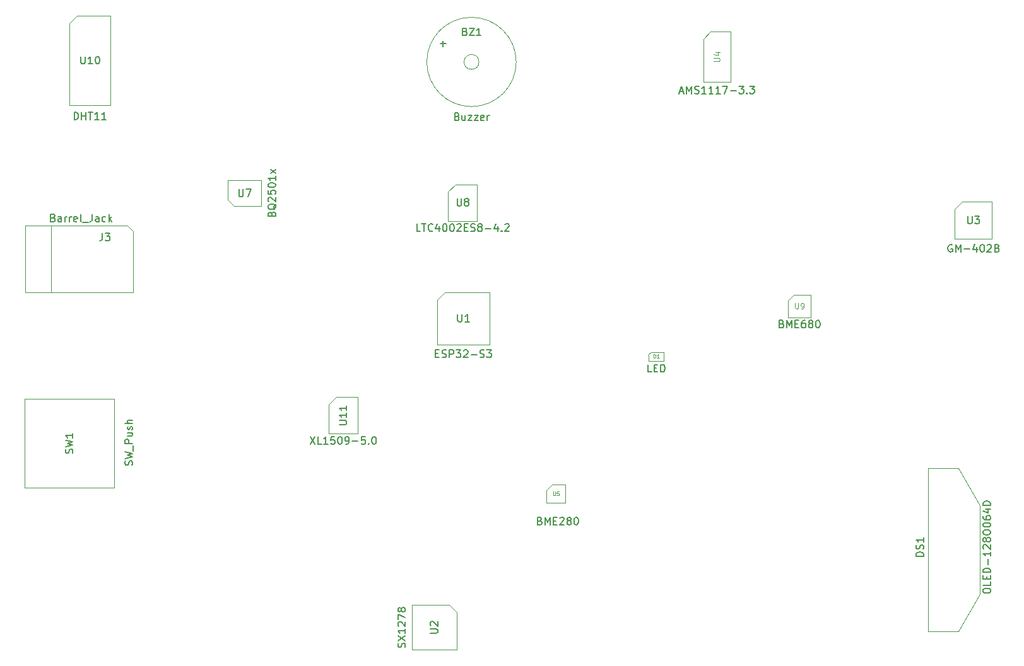
<source format=gbr>
%TF.GenerationSoftware,KiCad,Pcbnew,9.0.0*%
%TF.CreationDate,2025-04-03T13:23:07+05:30*%
%TF.ProjectId,Air Quality Monitor,41697220-5175-4616-9c69-7479204d6f6e,rev?*%
%TF.SameCoordinates,Original*%
%TF.FileFunction,AssemblyDrawing,Top*%
%FSLAX46Y46*%
G04 Gerber Fmt 4.6, Leading zero omitted, Abs format (unit mm)*
G04 Created by KiCad (PCBNEW 9.0.0) date 2025-04-03 13:23:07*
%MOMM*%
%LPD*%
G01*
G04 APERTURE LIST*
%ADD10C,0.150000*%
%ADD11C,0.075000*%
%ADD12C,0.110000*%
%ADD13C,0.120000*%
%ADD14C,0.080000*%
%ADD15C,0.100000*%
G04 APERTURE END LIST*
D10*
X133334523Y-86759819D02*
X132858333Y-86759819D01*
X132858333Y-86759819D02*
X132858333Y-85759819D01*
X133525000Y-85759819D02*
X134096428Y-85759819D01*
X133810714Y-86759819D02*
X133810714Y-85759819D01*
X135001190Y-86664580D02*
X134953571Y-86712200D01*
X134953571Y-86712200D02*
X134810714Y-86759819D01*
X134810714Y-86759819D02*
X134715476Y-86759819D01*
X134715476Y-86759819D02*
X134572619Y-86712200D01*
X134572619Y-86712200D02*
X134477381Y-86616961D01*
X134477381Y-86616961D02*
X134429762Y-86521723D01*
X134429762Y-86521723D02*
X134382143Y-86331247D01*
X134382143Y-86331247D02*
X134382143Y-86188390D01*
X134382143Y-86188390D02*
X134429762Y-85997914D01*
X134429762Y-85997914D02*
X134477381Y-85902676D01*
X134477381Y-85902676D02*
X134572619Y-85807438D01*
X134572619Y-85807438D02*
X134715476Y-85759819D01*
X134715476Y-85759819D02*
X134810714Y-85759819D01*
X134810714Y-85759819D02*
X134953571Y-85807438D01*
X134953571Y-85807438D02*
X135001190Y-85855057D01*
X135858333Y-86093152D02*
X135858333Y-86759819D01*
X135620238Y-85712200D02*
X135382143Y-86426485D01*
X135382143Y-86426485D02*
X136001190Y-86426485D01*
X136572619Y-85759819D02*
X136667857Y-85759819D01*
X136667857Y-85759819D02*
X136763095Y-85807438D01*
X136763095Y-85807438D02*
X136810714Y-85855057D01*
X136810714Y-85855057D02*
X136858333Y-85950295D01*
X136858333Y-85950295D02*
X136905952Y-86140771D01*
X136905952Y-86140771D02*
X136905952Y-86378866D01*
X136905952Y-86378866D02*
X136858333Y-86569342D01*
X136858333Y-86569342D02*
X136810714Y-86664580D01*
X136810714Y-86664580D02*
X136763095Y-86712200D01*
X136763095Y-86712200D02*
X136667857Y-86759819D01*
X136667857Y-86759819D02*
X136572619Y-86759819D01*
X136572619Y-86759819D02*
X136477381Y-86712200D01*
X136477381Y-86712200D02*
X136429762Y-86664580D01*
X136429762Y-86664580D02*
X136382143Y-86569342D01*
X136382143Y-86569342D02*
X136334524Y-86378866D01*
X136334524Y-86378866D02*
X136334524Y-86140771D01*
X136334524Y-86140771D02*
X136382143Y-85950295D01*
X136382143Y-85950295D02*
X136429762Y-85855057D01*
X136429762Y-85855057D02*
X136477381Y-85807438D01*
X136477381Y-85807438D02*
X136572619Y-85759819D01*
X137525000Y-85759819D02*
X137620238Y-85759819D01*
X137620238Y-85759819D02*
X137715476Y-85807438D01*
X137715476Y-85807438D02*
X137763095Y-85855057D01*
X137763095Y-85855057D02*
X137810714Y-85950295D01*
X137810714Y-85950295D02*
X137858333Y-86140771D01*
X137858333Y-86140771D02*
X137858333Y-86378866D01*
X137858333Y-86378866D02*
X137810714Y-86569342D01*
X137810714Y-86569342D02*
X137763095Y-86664580D01*
X137763095Y-86664580D02*
X137715476Y-86712200D01*
X137715476Y-86712200D02*
X137620238Y-86759819D01*
X137620238Y-86759819D02*
X137525000Y-86759819D01*
X137525000Y-86759819D02*
X137429762Y-86712200D01*
X137429762Y-86712200D02*
X137382143Y-86664580D01*
X137382143Y-86664580D02*
X137334524Y-86569342D01*
X137334524Y-86569342D02*
X137286905Y-86378866D01*
X137286905Y-86378866D02*
X137286905Y-86140771D01*
X137286905Y-86140771D02*
X137334524Y-85950295D01*
X137334524Y-85950295D02*
X137382143Y-85855057D01*
X137382143Y-85855057D02*
X137429762Y-85807438D01*
X137429762Y-85807438D02*
X137525000Y-85759819D01*
X138239286Y-85855057D02*
X138286905Y-85807438D01*
X138286905Y-85807438D02*
X138382143Y-85759819D01*
X138382143Y-85759819D02*
X138620238Y-85759819D01*
X138620238Y-85759819D02*
X138715476Y-85807438D01*
X138715476Y-85807438D02*
X138763095Y-85855057D01*
X138763095Y-85855057D02*
X138810714Y-85950295D01*
X138810714Y-85950295D02*
X138810714Y-86045533D01*
X138810714Y-86045533D02*
X138763095Y-86188390D01*
X138763095Y-86188390D02*
X138191667Y-86759819D01*
X138191667Y-86759819D02*
X138810714Y-86759819D01*
X139239286Y-86236009D02*
X139572619Y-86236009D01*
X139715476Y-86759819D02*
X139239286Y-86759819D01*
X139239286Y-86759819D02*
X139239286Y-85759819D01*
X139239286Y-85759819D02*
X139715476Y-85759819D01*
X140096429Y-86712200D02*
X140239286Y-86759819D01*
X140239286Y-86759819D02*
X140477381Y-86759819D01*
X140477381Y-86759819D02*
X140572619Y-86712200D01*
X140572619Y-86712200D02*
X140620238Y-86664580D01*
X140620238Y-86664580D02*
X140667857Y-86569342D01*
X140667857Y-86569342D02*
X140667857Y-86474104D01*
X140667857Y-86474104D02*
X140620238Y-86378866D01*
X140620238Y-86378866D02*
X140572619Y-86331247D01*
X140572619Y-86331247D02*
X140477381Y-86283628D01*
X140477381Y-86283628D02*
X140286905Y-86236009D01*
X140286905Y-86236009D02*
X140191667Y-86188390D01*
X140191667Y-86188390D02*
X140144048Y-86140771D01*
X140144048Y-86140771D02*
X140096429Y-86045533D01*
X140096429Y-86045533D02*
X140096429Y-85950295D01*
X140096429Y-85950295D02*
X140144048Y-85855057D01*
X140144048Y-85855057D02*
X140191667Y-85807438D01*
X140191667Y-85807438D02*
X140286905Y-85759819D01*
X140286905Y-85759819D02*
X140525000Y-85759819D01*
X140525000Y-85759819D02*
X140667857Y-85807438D01*
X141239286Y-86188390D02*
X141144048Y-86140771D01*
X141144048Y-86140771D02*
X141096429Y-86093152D01*
X141096429Y-86093152D02*
X141048810Y-85997914D01*
X141048810Y-85997914D02*
X141048810Y-85950295D01*
X141048810Y-85950295D02*
X141096429Y-85855057D01*
X141096429Y-85855057D02*
X141144048Y-85807438D01*
X141144048Y-85807438D02*
X141239286Y-85759819D01*
X141239286Y-85759819D02*
X141429762Y-85759819D01*
X141429762Y-85759819D02*
X141525000Y-85807438D01*
X141525000Y-85807438D02*
X141572619Y-85855057D01*
X141572619Y-85855057D02*
X141620238Y-85950295D01*
X141620238Y-85950295D02*
X141620238Y-85997914D01*
X141620238Y-85997914D02*
X141572619Y-86093152D01*
X141572619Y-86093152D02*
X141525000Y-86140771D01*
X141525000Y-86140771D02*
X141429762Y-86188390D01*
X141429762Y-86188390D02*
X141239286Y-86188390D01*
X141239286Y-86188390D02*
X141144048Y-86236009D01*
X141144048Y-86236009D02*
X141096429Y-86283628D01*
X141096429Y-86283628D02*
X141048810Y-86378866D01*
X141048810Y-86378866D02*
X141048810Y-86569342D01*
X141048810Y-86569342D02*
X141096429Y-86664580D01*
X141096429Y-86664580D02*
X141144048Y-86712200D01*
X141144048Y-86712200D02*
X141239286Y-86759819D01*
X141239286Y-86759819D02*
X141429762Y-86759819D01*
X141429762Y-86759819D02*
X141525000Y-86712200D01*
X141525000Y-86712200D02*
X141572619Y-86664580D01*
X141572619Y-86664580D02*
X141620238Y-86569342D01*
X141620238Y-86569342D02*
X141620238Y-86378866D01*
X141620238Y-86378866D02*
X141572619Y-86283628D01*
X141572619Y-86283628D02*
X141525000Y-86236009D01*
X141525000Y-86236009D02*
X141429762Y-86188390D01*
X142048810Y-86378866D02*
X142810715Y-86378866D01*
X143715476Y-86093152D02*
X143715476Y-86759819D01*
X143477381Y-85712200D02*
X143239286Y-86426485D01*
X143239286Y-86426485D02*
X143858333Y-86426485D01*
X144239286Y-86664580D02*
X144286905Y-86712200D01*
X144286905Y-86712200D02*
X144239286Y-86759819D01*
X144239286Y-86759819D02*
X144191667Y-86712200D01*
X144191667Y-86712200D02*
X144239286Y-86664580D01*
X144239286Y-86664580D02*
X144239286Y-86759819D01*
X144667857Y-85855057D02*
X144715476Y-85807438D01*
X144715476Y-85807438D02*
X144810714Y-85759819D01*
X144810714Y-85759819D02*
X145048809Y-85759819D01*
X145048809Y-85759819D02*
X145144047Y-85807438D01*
X145144047Y-85807438D02*
X145191666Y-85855057D01*
X145191666Y-85855057D02*
X145239285Y-85950295D01*
X145239285Y-85950295D02*
X145239285Y-86045533D01*
X145239285Y-86045533D02*
X145191666Y-86188390D01*
X145191666Y-86188390D02*
X144620238Y-86759819D01*
X144620238Y-86759819D02*
X145239285Y-86759819D01*
X138278333Y-82370566D02*
X138278333Y-83163900D01*
X138278333Y-83163900D02*
X138325000Y-83257233D01*
X138325000Y-83257233D02*
X138371666Y-83303900D01*
X138371666Y-83303900D02*
X138465000Y-83350566D01*
X138465000Y-83350566D02*
X138651666Y-83350566D01*
X138651666Y-83350566D02*
X138745000Y-83303900D01*
X138745000Y-83303900D02*
X138791666Y-83257233D01*
X138791666Y-83257233D02*
X138838333Y-83163900D01*
X138838333Y-83163900D02*
X138838333Y-82370566D01*
X139445000Y-82790566D02*
X139351667Y-82743900D01*
X139351667Y-82743900D02*
X139305000Y-82697233D01*
X139305000Y-82697233D02*
X139258333Y-82603900D01*
X139258333Y-82603900D02*
X139258333Y-82557233D01*
X139258333Y-82557233D02*
X139305000Y-82463900D01*
X139305000Y-82463900D02*
X139351667Y-82417233D01*
X139351667Y-82417233D02*
X139445000Y-82370566D01*
X139445000Y-82370566D02*
X139631667Y-82370566D01*
X139631667Y-82370566D02*
X139725000Y-82417233D01*
X139725000Y-82417233D02*
X139771667Y-82463900D01*
X139771667Y-82463900D02*
X139818333Y-82557233D01*
X139818333Y-82557233D02*
X139818333Y-82603900D01*
X139818333Y-82603900D02*
X139771667Y-82697233D01*
X139771667Y-82697233D02*
X139725000Y-82743900D01*
X139725000Y-82743900D02*
X139631667Y-82790566D01*
X139631667Y-82790566D02*
X139445000Y-82790566D01*
X139445000Y-82790566D02*
X139351667Y-82837233D01*
X139351667Y-82837233D02*
X139305000Y-82883900D01*
X139305000Y-82883900D02*
X139258333Y-82977233D01*
X139258333Y-82977233D02*
X139258333Y-83163900D01*
X139258333Y-83163900D02*
X139305000Y-83257233D01*
X139305000Y-83257233D02*
X139351667Y-83303900D01*
X139351667Y-83303900D02*
X139445000Y-83350566D01*
X139445000Y-83350566D02*
X139631667Y-83350566D01*
X139631667Y-83350566D02*
X139725000Y-83303900D01*
X139725000Y-83303900D02*
X139771667Y-83257233D01*
X139771667Y-83257233D02*
X139818333Y-83163900D01*
X139818333Y-83163900D02*
X139818333Y-82977233D01*
X139818333Y-82977233D02*
X139771667Y-82883900D01*
X139771667Y-82883900D02*
X139725000Y-82837233D01*
X139725000Y-82837233D02*
X139631667Y-82790566D01*
X94657200Y-118177618D02*
X94704819Y-118034761D01*
X94704819Y-118034761D02*
X94704819Y-117796666D01*
X94704819Y-117796666D02*
X94657200Y-117701428D01*
X94657200Y-117701428D02*
X94609580Y-117653809D01*
X94609580Y-117653809D02*
X94514342Y-117606190D01*
X94514342Y-117606190D02*
X94419104Y-117606190D01*
X94419104Y-117606190D02*
X94323866Y-117653809D01*
X94323866Y-117653809D02*
X94276247Y-117701428D01*
X94276247Y-117701428D02*
X94228628Y-117796666D01*
X94228628Y-117796666D02*
X94181009Y-117987142D01*
X94181009Y-117987142D02*
X94133390Y-118082380D01*
X94133390Y-118082380D02*
X94085771Y-118129999D01*
X94085771Y-118129999D02*
X93990533Y-118177618D01*
X93990533Y-118177618D02*
X93895295Y-118177618D01*
X93895295Y-118177618D02*
X93800057Y-118129999D01*
X93800057Y-118129999D02*
X93752438Y-118082380D01*
X93752438Y-118082380D02*
X93704819Y-117987142D01*
X93704819Y-117987142D02*
X93704819Y-117749047D01*
X93704819Y-117749047D02*
X93752438Y-117606190D01*
X93704819Y-117272856D02*
X94704819Y-117034761D01*
X94704819Y-117034761D02*
X93990533Y-116844285D01*
X93990533Y-116844285D02*
X94704819Y-116653809D01*
X94704819Y-116653809D02*
X93704819Y-116415714D01*
X94800057Y-116272857D02*
X94800057Y-115510952D01*
X94704819Y-115272856D02*
X93704819Y-115272856D01*
X93704819Y-115272856D02*
X93704819Y-114891904D01*
X93704819Y-114891904D02*
X93752438Y-114796666D01*
X93752438Y-114796666D02*
X93800057Y-114749047D01*
X93800057Y-114749047D02*
X93895295Y-114701428D01*
X93895295Y-114701428D02*
X94038152Y-114701428D01*
X94038152Y-114701428D02*
X94133390Y-114749047D01*
X94133390Y-114749047D02*
X94181009Y-114796666D01*
X94181009Y-114796666D02*
X94228628Y-114891904D01*
X94228628Y-114891904D02*
X94228628Y-115272856D01*
X94038152Y-113844285D02*
X94704819Y-113844285D01*
X94038152Y-114272856D02*
X94561961Y-114272856D01*
X94561961Y-114272856D02*
X94657200Y-114225237D01*
X94657200Y-114225237D02*
X94704819Y-114129999D01*
X94704819Y-114129999D02*
X94704819Y-113987142D01*
X94704819Y-113987142D02*
X94657200Y-113891904D01*
X94657200Y-113891904D02*
X94609580Y-113844285D01*
X94657200Y-113415713D02*
X94704819Y-113320475D01*
X94704819Y-113320475D02*
X94704819Y-113129999D01*
X94704819Y-113129999D02*
X94657200Y-113034761D01*
X94657200Y-113034761D02*
X94561961Y-112987142D01*
X94561961Y-112987142D02*
X94514342Y-112987142D01*
X94514342Y-112987142D02*
X94419104Y-113034761D01*
X94419104Y-113034761D02*
X94371485Y-113129999D01*
X94371485Y-113129999D02*
X94371485Y-113272856D01*
X94371485Y-113272856D02*
X94323866Y-113368094D01*
X94323866Y-113368094D02*
X94228628Y-113415713D01*
X94228628Y-113415713D02*
X94181009Y-113415713D01*
X94181009Y-113415713D02*
X94085771Y-113368094D01*
X94085771Y-113368094D02*
X94038152Y-113272856D01*
X94038152Y-113272856D02*
X94038152Y-113129999D01*
X94038152Y-113129999D02*
X94085771Y-113034761D01*
X94704819Y-112558570D02*
X93704819Y-112558570D01*
X94704819Y-112129999D02*
X94181009Y-112129999D01*
X94181009Y-112129999D02*
X94085771Y-112177618D01*
X94085771Y-112177618D02*
X94038152Y-112272856D01*
X94038152Y-112272856D02*
X94038152Y-112415713D01*
X94038152Y-112415713D02*
X94085771Y-112510951D01*
X94085771Y-112510951D02*
X94133390Y-112558570D01*
X86657200Y-116583332D02*
X86704819Y-116440475D01*
X86704819Y-116440475D02*
X86704819Y-116202380D01*
X86704819Y-116202380D02*
X86657200Y-116107142D01*
X86657200Y-116107142D02*
X86609580Y-116059523D01*
X86609580Y-116059523D02*
X86514342Y-116011904D01*
X86514342Y-116011904D02*
X86419104Y-116011904D01*
X86419104Y-116011904D02*
X86323866Y-116059523D01*
X86323866Y-116059523D02*
X86276247Y-116107142D01*
X86276247Y-116107142D02*
X86228628Y-116202380D01*
X86228628Y-116202380D02*
X86181009Y-116392856D01*
X86181009Y-116392856D02*
X86133390Y-116488094D01*
X86133390Y-116488094D02*
X86085771Y-116535713D01*
X86085771Y-116535713D02*
X85990533Y-116583332D01*
X85990533Y-116583332D02*
X85895295Y-116583332D01*
X85895295Y-116583332D02*
X85800057Y-116535713D01*
X85800057Y-116535713D02*
X85752438Y-116488094D01*
X85752438Y-116488094D02*
X85704819Y-116392856D01*
X85704819Y-116392856D02*
X85704819Y-116154761D01*
X85704819Y-116154761D02*
X85752438Y-116011904D01*
X85704819Y-115678570D02*
X86704819Y-115440475D01*
X86704819Y-115440475D02*
X85990533Y-115249999D01*
X85990533Y-115249999D02*
X86704819Y-115059523D01*
X86704819Y-115059523D02*
X85704819Y-114821428D01*
X86704819Y-113916666D02*
X86704819Y-114488094D01*
X86704819Y-114202380D02*
X85704819Y-114202380D01*
X85704819Y-114202380D02*
X85847676Y-114297618D01*
X85847676Y-114297618D02*
X85942914Y-114392856D01*
X85942914Y-114392856D02*
X85990533Y-114488094D01*
X204692857Y-88572438D02*
X204597619Y-88524819D01*
X204597619Y-88524819D02*
X204454762Y-88524819D01*
X204454762Y-88524819D02*
X204311905Y-88572438D01*
X204311905Y-88572438D02*
X204216667Y-88667676D01*
X204216667Y-88667676D02*
X204169048Y-88762914D01*
X204169048Y-88762914D02*
X204121429Y-88953390D01*
X204121429Y-88953390D02*
X204121429Y-89096247D01*
X204121429Y-89096247D02*
X204169048Y-89286723D01*
X204169048Y-89286723D02*
X204216667Y-89381961D01*
X204216667Y-89381961D02*
X204311905Y-89477200D01*
X204311905Y-89477200D02*
X204454762Y-89524819D01*
X204454762Y-89524819D02*
X204550000Y-89524819D01*
X204550000Y-89524819D02*
X204692857Y-89477200D01*
X204692857Y-89477200D02*
X204740476Y-89429580D01*
X204740476Y-89429580D02*
X204740476Y-89096247D01*
X204740476Y-89096247D02*
X204550000Y-89096247D01*
X205169048Y-89524819D02*
X205169048Y-88524819D01*
X205169048Y-88524819D02*
X205502381Y-89239104D01*
X205502381Y-89239104D02*
X205835714Y-88524819D01*
X205835714Y-88524819D02*
X205835714Y-89524819D01*
X206311905Y-89143866D02*
X207073810Y-89143866D01*
X207978571Y-88858152D02*
X207978571Y-89524819D01*
X207740476Y-88477200D02*
X207502381Y-89191485D01*
X207502381Y-89191485D02*
X208121428Y-89191485D01*
X208692857Y-88524819D02*
X208788095Y-88524819D01*
X208788095Y-88524819D02*
X208883333Y-88572438D01*
X208883333Y-88572438D02*
X208930952Y-88620057D01*
X208930952Y-88620057D02*
X208978571Y-88715295D01*
X208978571Y-88715295D02*
X209026190Y-88905771D01*
X209026190Y-88905771D02*
X209026190Y-89143866D01*
X209026190Y-89143866D02*
X208978571Y-89334342D01*
X208978571Y-89334342D02*
X208930952Y-89429580D01*
X208930952Y-89429580D02*
X208883333Y-89477200D01*
X208883333Y-89477200D02*
X208788095Y-89524819D01*
X208788095Y-89524819D02*
X208692857Y-89524819D01*
X208692857Y-89524819D02*
X208597619Y-89477200D01*
X208597619Y-89477200D02*
X208550000Y-89429580D01*
X208550000Y-89429580D02*
X208502381Y-89334342D01*
X208502381Y-89334342D02*
X208454762Y-89143866D01*
X208454762Y-89143866D02*
X208454762Y-88905771D01*
X208454762Y-88905771D02*
X208502381Y-88715295D01*
X208502381Y-88715295D02*
X208550000Y-88620057D01*
X208550000Y-88620057D02*
X208597619Y-88572438D01*
X208597619Y-88572438D02*
X208692857Y-88524819D01*
X209407143Y-88620057D02*
X209454762Y-88572438D01*
X209454762Y-88572438D02*
X209550000Y-88524819D01*
X209550000Y-88524819D02*
X209788095Y-88524819D01*
X209788095Y-88524819D02*
X209883333Y-88572438D01*
X209883333Y-88572438D02*
X209930952Y-88620057D01*
X209930952Y-88620057D02*
X209978571Y-88715295D01*
X209978571Y-88715295D02*
X209978571Y-88810533D01*
X209978571Y-88810533D02*
X209930952Y-88953390D01*
X209930952Y-88953390D02*
X209359524Y-89524819D01*
X209359524Y-89524819D02*
X209978571Y-89524819D01*
X210740476Y-89001009D02*
X210883333Y-89048628D01*
X210883333Y-89048628D02*
X210930952Y-89096247D01*
X210930952Y-89096247D02*
X210978571Y-89191485D01*
X210978571Y-89191485D02*
X210978571Y-89334342D01*
X210978571Y-89334342D02*
X210930952Y-89429580D01*
X210930952Y-89429580D02*
X210883333Y-89477200D01*
X210883333Y-89477200D02*
X210788095Y-89524819D01*
X210788095Y-89524819D02*
X210407143Y-89524819D01*
X210407143Y-89524819D02*
X210407143Y-88524819D01*
X210407143Y-88524819D02*
X210740476Y-88524819D01*
X210740476Y-88524819D02*
X210835714Y-88572438D01*
X210835714Y-88572438D02*
X210883333Y-88620057D01*
X210883333Y-88620057D02*
X210930952Y-88715295D01*
X210930952Y-88715295D02*
X210930952Y-88810533D01*
X210930952Y-88810533D02*
X210883333Y-88905771D01*
X210883333Y-88905771D02*
X210835714Y-88953390D01*
X210835714Y-88953390D02*
X210740476Y-89001009D01*
X210740476Y-89001009D02*
X210407143Y-89001009D01*
X206788095Y-84724819D02*
X206788095Y-85534342D01*
X206788095Y-85534342D02*
X206835714Y-85629580D01*
X206835714Y-85629580D02*
X206883333Y-85677200D01*
X206883333Y-85677200D02*
X206978571Y-85724819D01*
X206978571Y-85724819D02*
X207169047Y-85724819D01*
X207169047Y-85724819D02*
X207264285Y-85677200D01*
X207264285Y-85677200D02*
X207311904Y-85629580D01*
X207311904Y-85629580D02*
X207359523Y-85534342D01*
X207359523Y-85534342D02*
X207359523Y-84724819D01*
X207740476Y-84724819D02*
X208359523Y-84724819D01*
X208359523Y-84724819D02*
X208026190Y-85105771D01*
X208026190Y-85105771D02*
X208169047Y-85105771D01*
X208169047Y-85105771D02*
X208264285Y-85153390D01*
X208264285Y-85153390D02*
X208311904Y-85201009D01*
X208311904Y-85201009D02*
X208359523Y-85296247D01*
X208359523Y-85296247D02*
X208359523Y-85534342D01*
X208359523Y-85534342D02*
X208311904Y-85629580D01*
X208311904Y-85629580D02*
X208264285Y-85677200D01*
X208264285Y-85677200D02*
X208169047Y-85724819D01*
X208169047Y-85724819D02*
X207883333Y-85724819D01*
X207883333Y-85724819D02*
X207788095Y-85677200D01*
X207788095Y-85677200D02*
X207740476Y-85629580D01*
X113381009Y-84411904D02*
X113428628Y-84269047D01*
X113428628Y-84269047D02*
X113476247Y-84221428D01*
X113476247Y-84221428D02*
X113571485Y-84173809D01*
X113571485Y-84173809D02*
X113714342Y-84173809D01*
X113714342Y-84173809D02*
X113809580Y-84221428D01*
X113809580Y-84221428D02*
X113857200Y-84269047D01*
X113857200Y-84269047D02*
X113904819Y-84364285D01*
X113904819Y-84364285D02*
X113904819Y-84745237D01*
X113904819Y-84745237D02*
X112904819Y-84745237D01*
X112904819Y-84745237D02*
X112904819Y-84411904D01*
X112904819Y-84411904D02*
X112952438Y-84316666D01*
X112952438Y-84316666D02*
X113000057Y-84269047D01*
X113000057Y-84269047D02*
X113095295Y-84221428D01*
X113095295Y-84221428D02*
X113190533Y-84221428D01*
X113190533Y-84221428D02*
X113285771Y-84269047D01*
X113285771Y-84269047D02*
X113333390Y-84316666D01*
X113333390Y-84316666D02*
X113381009Y-84411904D01*
X113381009Y-84411904D02*
X113381009Y-84745237D01*
X114000057Y-83078571D02*
X113952438Y-83173809D01*
X113952438Y-83173809D02*
X113857200Y-83269047D01*
X113857200Y-83269047D02*
X113714342Y-83411904D01*
X113714342Y-83411904D02*
X113666723Y-83507142D01*
X113666723Y-83507142D02*
X113666723Y-83602380D01*
X113904819Y-83554761D02*
X113857200Y-83649999D01*
X113857200Y-83649999D02*
X113761961Y-83745237D01*
X113761961Y-83745237D02*
X113571485Y-83792856D01*
X113571485Y-83792856D02*
X113238152Y-83792856D01*
X113238152Y-83792856D02*
X113047676Y-83745237D01*
X113047676Y-83745237D02*
X112952438Y-83649999D01*
X112952438Y-83649999D02*
X112904819Y-83554761D01*
X112904819Y-83554761D02*
X112904819Y-83364285D01*
X112904819Y-83364285D02*
X112952438Y-83269047D01*
X112952438Y-83269047D02*
X113047676Y-83173809D01*
X113047676Y-83173809D02*
X113238152Y-83126190D01*
X113238152Y-83126190D02*
X113571485Y-83126190D01*
X113571485Y-83126190D02*
X113761961Y-83173809D01*
X113761961Y-83173809D02*
X113857200Y-83269047D01*
X113857200Y-83269047D02*
X113904819Y-83364285D01*
X113904819Y-83364285D02*
X113904819Y-83554761D01*
X113000057Y-82745237D02*
X112952438Y-82697618D01*
X112952438Y-82697618D02*
X112904819Y-82602380D01*
X112904819Y-82602380D02*
X112904819Y-82364285D01*
X112904819Y-82364285D02*
X112952438Y-82269047D01*
X112952438Y-82269047D02*
X113000057Y-82221428D01*
X113000057Y-82221428D02*
X113095295Y-82173809D01*
X113095295Y-82173809D02*
X113190533Y-82173809D01*
X113190533Y-82173809D02*
X113333390Y-82221428D01*
X113333390Y-82221428D02*
X113904819Y-82792856D01*
X113904819Y-82792856D02*
X113904819Y-82173809D01*
X112904819Y-81269047D02*
X112904819Y-81745237D01*
X112904819Y-81745237D02*
X113381009Y-81792856D01*
X113381009Y-81792856D02*
X113333390Y-81745237D01*
X113333390Y-81745237D02*
X113285771Y-81649999D01*
X113285771Y-81649999D02*
X113285771Y-81411904D01*
X113285771Y-81411904D02*
X113333390Y-81316666D01*
X113333390Y-81316666D02*
X113381009Y-81269047D01*
X113381009Y-81269047D02*
X113476247Y-81221428D01*
X113476247Y-81221428D02*
X113714342Y-81221428D01*
X113714342Y-81221428D02*
X113809580Y-81269047D01*
X113809580Y-81269047D02*
X113857200Y-81316666D01*
X113857200Y-81316666D02*
X113904819Y-81411904D01*
X113904819Y-81411904D02*
X113904819Y-81649999D01*
X113904819Y-81649999D02*
X113857200Y-81745237D01*
X113857200Y-81745237D02*
X113809580Y-81792856D01*
X112904819Y-80602380D02*
X112904819Y-80507142D01*
X112904819Y-80507142D02*
X112952438Y-80411904D01*
X112952438Y-80411904D02*
X113000057Y-80364285D01*
X113000057Y-80364285D02*
X113095295Y-80316666D01*
X113095295Y-80316666D02*
X113285771Y-80269047D01*
X113285771Y-80269047D02*
X113523866Y-80269047D01*
X113523866Y-80269047D02*
X113714342Y-80316666D01*
X113714342Y-80316666D02*
X113809580Y-80364285D01*
X113809580Y-80364285D02*
X113857200Y-80411904D01*
X113857200Y-80411904D02*
X113904819Y-80507142D01*
X113904819Y-80507142D02*
X113904819Y-80602380D01*
X113904819Y-80602380D02*
X113857200Y-80697618D01*
X113857200Y-80697618D02*
X113809580Y-80745237D01*
X113809580Y-80745237D02*
X113714342Y-80792856D01*
X113714342Y-80792856D02*
X113523866Y-80840475D01*
X113523866Y-80840475D02*
X113285771Y-80840475D01*
X113285771Y-80840475D02*
X113095295Y-80792856D01*
X113095295Y-80792856D02*
X113000057Y-80745237D01*
X113000057Y-80745237D02*
X112952438Y-80697618D01*
X112952438Y-80697618D02*
X112904819Y-80602380D01*
X113904819Y-79316666D02*
X113904819Y-79888094D01*
X113904819Y-79602380D02*
X112904819Y-79602380D01*
X112904819Y-79602380D02*
X113047676Y-79697618D01*
X113047676Y-79697618D02*
X113142914Y-79792856D01*
X113142914Y-79792856D02*
X113190533Y-79888094D01*
X113904819Y-78983332D02*
X113238152Y-78459523D01*
X113238152Y-78983332D02*
X113904819Y-78459523D01*
X108988095Y-81104819D02*
X108988095Y-81914342D01*
X108988095Y-81914342D02*
X109035714Y-82009580D01*
X109035714Y-82009580D02*
X109083333Y-82057200D01*
X109083333Y-82057200D02*
X109178571Y-82104819D01*
X109178571Y-82104819D02*
X109369047Y-82104819D01*
X109369047Y-82104819D02*
X109464285Y-82057200D01*
X109464285Y-82057200D02*
X109511904Y-82009580D01*
X109511904Y-82009580D02*
X109559523Y-81914342D01*
X109559523Y-81914342D02*
X109559523Y-81104819D01*
X109940476Y-81104819D02*
X110607142Y-81104819D01*
X110607142Y-81104819D02*
X110178571Y-82104819D01*
X149384047Y-125661009D02*
X149526904Y-125708628D01*
X149526904Y-125708628D02*
X149574523Y-125756247D01*
X149574523Y-125756247D02*
X149622142Y-125851485D01*
X149622142Y-125851485D02*
X149622142Y-125994342D01*
X149622142Y-125994342D02*
X149574523Y-126089580D01*
X149574523Y-126089580D02*
X149526904Y-126137200D01*
X149526904Y-126137200D02*
X149431666Y-126184819D01*
X149431666Y-126184819D02*
X149050714Y-126184819D01*
X149050714Y-126184819D02*
X149050714Y-125184819D01*
X149050714Y-125184819D02*
X149384047Y-125184819D01*
X149384047Y-125184819D02*
X149479285Y-125232438D01*
X149479285Y-125232438D02*
X149526904Y-125280057D01*
X149526904Y-125280057D02*
X149574523Y-125375295D01*
X149574523Y-125375295D02*
X149574523Y-125470533D01*
X149574523Y-125470533D02*
X149526904Y-125565771D01*
X149526904Y-125565771D02*
X149479285Y-125613390D01*
X149479285Y-125613390D02*
X149384047Y-125661009D01*
X149384047Y-125661009D02*
X149050714Y-125661009D01*
X150050714Y-126184819D02*
X150050714Y-125184819D01*
X150050714Y-125184819D02*
X150384047Y-125899104D01*
X150384047Y-125899104D02*
X150717380Y-125184819D01*
X150717380Y-125184819D02*
X150717380Y-126184819D01*
X151193571Y-125661009D02*
X151526904Y-125661009D01*
X151669761Y-126184819D02*
X151193571Y-126184819D01*
X151193571Y-126184819D02*
X151193571Y-125184819D01*
X151193571Y-125184819D02*
X151669761Y-125184819D01*
X152050714Y-125280057D02*
X152098333Y-125232438D01*
X152098333Y-125232438D02*
X152193571Y-125184819D01*
X152193571Y-125184819D02*
X152431666Y-125184819D01*
X152431666Y-125184819D02*
X152526904Y-125232438D01*
X152526904Y-125232438D02*
X152574523Y-125280057D01*
X152574523Y-125280057D02*
X152622142Y-125375295D01*
X152622142Y-125375295D02*
X152622142Y-125470533D01*
X152622142Y-125470533D02*
X152574523Y-125613390D01*
X152574523Y-125613390D02*
X152003095Y-126184819D01*
X152003095Y-126184819D02*
X152622142Y-126184819D01*
X153193571Y-125613390D02*
X153098333Y-125565771D01*
X153098333Y-125565771D02*
X153050714Y-125518152D01*
X153050714Y-125518152D02*
X153003095Y-125422914D01*
X153003095Y-125422914D02*
X153003095Y-125375295D01*
X153003095Y-125375295D02*
X153050714Y-125280057D01*
X153050714Y-125280057D02*
X153098333Y-125232438D01*
X153098333Y-125232438D02*
X153193571Y-125184819D01*
X153193571Y-125184819D02*
X153384047Y-125184819D01*
X153384047Y-125184819D02*
X153479285Y-125232438D01*
X153479285Y-125232438D02*
X153526904Y-125280057D01*
X153526904Y-125280057D02*
X153574523Y-125375295D01*
X153574523Y-125375295D02*
X153574523Y-125422914D01*
X153574523Y-125422914D02*
X153526904Y-125518152D01*
X153526904Y-125518152D02*
X153479285Y-125565771D01*
X153479285Y-125565771D02*
X153384047Y-125613390D01*
X153384047Y-125613390D02*
X153193571Y-125613390D01*
X153193571Y-125613390D02*
X153098333Y-125661009D01*
X153098333Y-125661009D02*
X153050714Y-125708628D01*
X153050714Y-125708628D02*
X153003095Y-125803866D01*
X153003095Y-125803866D02*
X153003095Y-125994342D01*
X153003095Y-125994342D02*
X153050714Y-126089580D01*
X153050714Y-126089580D02*
X153098333Y-126137200D01*
X153098333Y-126137200D02*
X153193571Y-126184819D01*
X153193571Y-126184819D02*
X153384047Y-126184819D01*
X153384047Y-126184819D02*
X153479285Y-126137200D01*
X153479285Y-126137200D02*
X153526904Y-126089580D01*
X153526904Y-126089580D02*
X153574523Y-125994342D01*
X153574523Y-125994342D02*
X153574523Y-125803866D01*
X153574523Y-125803866D02*
X153526904Y-125708628D01*
X153526904Y-125708628D02*
X153479285Y-125661009D01*
X153479285Y-125661009D02*
X153384047Y-125613390D01*
X154193571Y-125184819D02*
X154288809Y-125184819D01*
X154288809Y-125184819D02*
X154384047Y-125232438D01*
X154384047Y-125232438D02*
X154431666Y-125280057D01*
X154431666Y-125280057D02*
X154479285Y-125375295D01*
X154479285Y-125375295D02*
X154526904Y-125565771D01*
X154526904Y-125565771D02*
X154526904Y-125803866D01*
X154526904Y-125803866D02*
X154479285Y-125994342D01*
X154479285Y-125994342D02*
X154431666Y-126089580D01*
X154431666Y-126089580D02*
X154384047Y-126137200D01*
X154384047Y-126137200D02*
X154288809Y-126184819D01*
X154288809Y-126184819D02*
X154193571Y-126184819D01*
X154193571Y-126184819D02*
X154098333Y-126137200D01*
X154098333Y-126137200D02*
X154050714Y-126089580D01*
X154050714Y-126089580D02*
X154003095Y-125994342D01*
X154003095Y-125994342D02*
X153955476Y-125803866D01*
X153955476Y-125803866D02*
X153955476Y-125565771D01*
X153955476Y-125565771D02*
X154003095Y-125375295D01*
X154003095Y-125375295D02*
X154050714Y-125280057D01*
X154050714Y-125280057D02*
X154098333Y-125232438D01*
X154098333Y-125232438D02*
X154193571Y-125184819D01*
D11*
X151144047Y-121752409D02*
X151144047Y-122157171D01*
X151144047Y-122157171D02*
X151167857Y-122204790D01*
X151167857Y-122204790D02*
X151191666Y-122228600D01*
X151191666Y-122228600D02*
X151239285Y-122252409D01*
X151239285Y-122252409D02*
X151334523Y-122252409D01*
X151334523Y-122252409D02*
X151382142Y-122228600D01*
X151382142Y-122228600D02*
X151405952Y-122204790D01*
X151405952Y-122204790D02*
X151429761Y-122157171D01*
X151429761Y-122157171D02*
X151429761Y-121752409D01*
X151905952Y-121752409D02*
X151667857Y-121752409D01*
X151667857Y-121752409D02*
X151644048Y-121990504D01*
X151644048Y-121990504D02*
X151667857Y-121966695D01*
X151667857Y-121966695D02*
X151715476Y-121942885D01*
X151715476Y-121942885D02*
X151834524Y-121942885D01*
X151834524Y-121942885D02*
X151882143Y-121966695D01*
X151882143Y-121966695D02*
X151905952Y-121990504D01*
X151905952Y-121990504D02*
X151929762Y-122038123D01*
X151929762Y-122038123D02*
X151929762Y-122157171D01*
X151929762Y-122157171D02*
X151905952Y-122204790D01*
X151905952Y-122204790D02*
X151882143Y-122228600D01*
X151882143Y-122228600D02*
X151834524Y-122252409D01*
X151834524Y-122252409D02*
X151715476Y-122252409D01*
X151715476Y-122252409D02*
X151667857Y-122228600D01*
X151667857Y-122228600D02*
X151644048Y-122204790D01*
D10*
X86880952Y-71754819D02*
X86880952Y-70754819D01*
X86880952Y-70754819D02*
X87119047Y-70754819D01*
X87119047Y-70754819D02*
X87261904Y-70802438D01*
X87261904Y-70802438D02*
X87357142Y-70897676D01*
X87357142Y-70897676D02*
X87404761Y-70992914D01*
X87404761Y-70992914D02*
X87452380Y-71183390D01*
X87452380Y-71183390D02*
X87452380Y-71326247D01*
X87452380Y-71326247D02*
X87404761Y-71516723D01*
X87404761Y-71516723D02*
X87357142Y-71611961D01*
X87357142Y-71611961D02*
X87261904Y-71707200D01*
X87261904Y-71707200D02*
X87119047Y-71754819D01*
X87119047Y-71754819D02*
X86880952Y-71754819D01*
X87880952Y-71754819D02*
X87880952Y-70754819D01*
X87880952Y-71231009D02*
X88452380Y-71231009D01*
X88452380Y-71754819D02*
X88452380Y-70754819D01*
X88785714Y-70754819D02*
X89357142Y-70754819D01*
X89071428Y-71754819D02*
X89071428Y-70754819D01*
X90214285Y-71754819D02*
X89642857Y-71754819D01*
X89928571Y-71754819D02*
X89928571Y-70754819D01*
X89928571Y-70754819D02*
X89833333Y-70897676D01*
X89833333Y-70897676D02*
X89738095Y-70992914D01*
X89738095Y-70992914D02*
X89642857Y-71040533D01*
X91166666Y-71754819D02*
X90595238Y-71754819D01*
X90880952Y-71754819D02*
X90880952Y-70754819D01*
X90880952Y-70754819D02*
X90785714Y-70897676D01*
X90785714Y-70897676D02*
X90690476Y-70992914D01*
X90690476Y-70992914D02*
X90595238Y-71040533D01*
X87761905Y-63264819D02*
X87761905Y-64074342D01*
X87761905Y-64074342D02*
X87809524Y-64169580D01*
X87809524Y-64169580D02*
X87857143Y-64217200D01*
X87857143Y-64217200D02*
X87952381Y-64264819D01*
X87952381Y-64264819D02*
X88142857Y-64264819D01*
X88142857Y-64264819D02*
X88238095Y-64217200D01*
X88238095Y-64217200D02*
X88285714Y-64169580D01*
X88285714Y-64169580D02*
X88333333Y-64074342D01*
X88333333Y-64074342D02*
X88333333Y-63264819D01*
X89333333Y-64264819D02*
X88761905Y-64264819D01*
X89047619Y-64264819D02*
X89047619Y-63264819D01*
X89047619Y-63264819D02*
X88952381Y-63407676D01*
X88952381Y-63407676D02*
X88857143Y-63502914D01*
X88857143Y-63502914D02*
X88761905Y-63550533D01*
X89952381Y-63264819D02*
X90047619Y-63264819D01*
X90047619Y-63264819D02*
X90142857Y-63312438D01*
X90142857Y-63312438D02*
X90190476Y-63360057D01*
X90190476Y-63360057D02*
X90238095Y-63455295D01*
X90238095Y-63455295D02*
X90285714Y-63645771D01*
X90285714Y-63645771D02*
X90285714Y-63883866D01*
X90285714Y-63883866D02*
X90238095Y-64074342D01*
X90238095Y-64074342D02*
X90190476Y-64169580D01*
X90190476Y-64169580D02*
X90142857Y-64217200D01*
X90142857Y-64217200D02*
X90047619Y-64264819D01*
X90047619Y-64264819D02*
X89952381Y-64264819D01*
X89952381Y-64264819D02*
X89857143Y-64217200D01*
X89857143Y-64217200D02*
X89809524Y-64169580D01*
X89809524Y-64169580D02*
X89761905Y-64074342D01*
X89761905Y-64074342D02*
X89714286Y-63883866D01*
X89714286Y-63883866D02*
X89714286Y-63645771D01*
X89714286Y-63645771D02*
X89761905Y-63455295D01*
X89761905Y-63455295D02*
X89809524Y-63360057D01*
X89809524Y-63360057D02*
X89857143Y-63312438D01*
X89857143Y-63312438D02*
X89952381Y-63264819D01*
X138271428Y-71331009D02*
X138414285Y-71378628D01*
X138414285Y-71378628D02*
X138461904Y-71426247D01*
X138461904Y-71426247D02*
X138509523Y-71521485D01*
X138509523Y-71521485D02*
X138509523Y-71664342D01*
X138509523Y-71664342D02*
X138461904Y-71759580D01*
X138461904Y-71759580D02*
X138414285Y-71807200D01*
X138414285Y-71807200D02*
X138319047Y-71854819D01*
X138319047Y-71854819D02*
X137938095Y-71854819D01*
X137938095Y-71854819D02*
X137938095Y-70854819D01*
X137938095Y-70854819D02*
X138271428Y-70854819D01*
X138271428Y-70854819D02*
X138366666Y-70902438D01*
X138366666Y-70902438D02*
X138414285Y-70950057D01*
X138414285Y-70950057D02*
X138461904Y-71045295D01*
X138461904Y-71045295D02*
X138461904Y-71140533D01*
X138461904Y-71140533D02*
X138414285Y-71235771D01*
X138414285Y-71235771D02*
X138366666Y-71283390D01*
X138366666Y-71283390D02*
X138271428Y-71331009D01*
X138271428Y-71331009D02*
X137938095Y-71331009D01*
X139366666Y-71188152D02*
X139366666Y-71854819D01*
X138938095Y-71188152D02*
X138938095Y-71711961D01*
X138938095Y-71711961D02*
X138985714Y-71807200D01*
X138985714Y-71807200D02*
X139080952Y-71854819D01*
X139080952Y-71854819D02*
X139223809Y-71854819D01*
X139223809Y-71854819D02*
X139319047Y-71807200D01*
X139319047Y-71807200D02*
X139366666Y-71759580D01*
X139747619Y-71188152D02*
X140271428Y-71188152D01*
X140271428Y-71188152D02*
X139747619Y-71854819D01*
X139747619Y-71854819D02*
X140271428Y-71854819D01*
X140557143Y-71188152D02*
X141080952Y-71188152D01*
X141080952Y-71188152D02*
X140557143Y-71854819D01*
X140557143Y-71854819D02*
X141080952Y-71854819D01*
X141842857Y-71807200D02*
X141747619Y-71854819D01*
X141747619Y-71854819D02*
X141557143Y-71854819D01*
X141557143Y-71854819D02*
X141461905Y-71807200D01*
X141461905Y-71807200D02*
X141414286Y-71711961D01*
X141414286Y-71711961D02*
X141414286Y-71331009D01*
X141414286Y-71331009D02*
X141461905Y-71235771D01*
X141461905Y-71235771D02*
X141557143Y-71188152D01*
X141557143Y-71188152D02*
X141747619Y-71188152D01*
X141747619Y-71188152D02*
X141842857Y-71235771D01*
X141842857Y-71235771D02*
X141890476Y-71331009D01*
X141890476Y-71331009D02*
X141890476Y-71426247D01*
X141890476Y-71426247D02*
X141414286Y-71521485D01*
X142319048Y-71854819D02*
X142319048Y-71188152D01*
X142319048Y-71378628D02*
X142366667Y-71283390D01*
X142366667Y-71283390D02*
X142414286Y-71235771D01*
X142414286Y-71235771D02*
X142509524Y-71188152D01*
X142509524Y-71188152D02*
X142604762Y-71188152D01*
X136009048Y-61533866D02*
X136770953Y-61533866D01*
X136390000Y-61914819D02*
X136390000Y-61152914D01*
X139319047Y-59931009D02*
X139461904Y-59978628D01*
X139461904Y-59978628D02*
X139509523Y-60026247D01*
X139509523Y-60026247D02*
X139557142Y-60121485D01*
X139557142Y-60121485D02*
X139557142Y-60264342D01*
X139557142Y-60264342D02*
X139509523Y-60359580D01*
X139509523Y-60359580D02*
X139461904Y-60407200D01*
X139461904Y-60407200D02*
X139366666Y-60454819D01*
X139366666Y-60454819D02*
X138985714Y-60454819D01*
X138985714Y-60454819D02*
X138985714Y-59454819D01*
X138985714Y-59454819D02*
X139319047Y-59454819D01*
X139319047Y-59454819D02*
X139414285Y-59502438D01*
X139414285Y-59502438D02*
X139461904Y-59550057D01*
X139461904Y-59550057D02*
X139509523Y-59645295D01*
X139509523Y-59645295D02*
X139509523Y-59740533D01*
X139509523Y-59740533D02*
X139461904Y-59835771D01*
X139461904Y-59835771D02*
X139414285Y-59883390D01*
X139414285Y-59883390D02*
X139319047Y-59931009D01*
X139319047Y-59931009D02*
X138985714Y-59931009D01*
X139890476Y-59454819D02*
X140557142Y-59454819D01*
X140557142Y-59454819D02*
X139890476Y-60454819D01*
X139890476Y-60454819D02*
X140557142Y-60454819D01*
X141461904Y-60454819D02*
X140890476Y-60454819D01*
X141176190Y-60454819D02*
X141176190Y-59454819D01*
X141176190Y-59454819D02*
X141080952Y-59597676D01*
X141080952Y-59597676D02*
X140985714Y-59692914D01*
X140985714Y-59692914D02*
X140890476Y-59740533D01*
X131277200Y-142654166D02*
X131324819Y-142511309D01*
X131324819Y-142511309D02*
X131324819Y-142273214D01*
X131324819Y-142273214D02*
X131277200Y-142177976D01*
X131277200Y-142177976D02*
X131229580Y-142130357D01*
X131229580Y-142130357D02*
X131134342Y-142082738D01*
X131134342Y-142082738D02*
X131039104Y-142082738D01*
X131039104Y-142082738D02*
X130943866Y-142130357D01*
X130943866Y-142130357D02*
X130896247Y-142177976D01*
X130896247Y-142177976D02*
X130848628Y-142273214D01*
X130848628Y-142273214D02*
X130801009Y-142463690D01*
X130801009Y-142463690D02*
X130753390Y-142558928D01*
X130753390Y-142558928D02*
X130705771Y-142606547D01*
X130705771Y-142606547D02*
X130610533Y-142654166D01*
X130610533Y-142654166D02*
X130515295Y-142654166D01*
X130515295Y-142654166D02*
X130420057Y-142606547D01*
X130420057Y-142606547D02*
X130372438Y-142558928D01*
X130372438Y-142558928D02*
X130324819Y-142463690D01*
X130324819Y-142463690D02*
X130324819Y-142225595D01*
X130324819Y-142225595D02*
X130372438Y-142082738D01*
X130324819Y-141749404D02*
X131324819Y-141082738D01*
X130324819Y-141082738D02*
X131324819Y-141749404D01*
X131324819Y-140177976D02*
X131324819Y-140749404D01*
X131324819Y-140463690D02*
X130324819Y-140463690D01*
X130324819Y-140463690D02*
X130467676Y-140558928D01*
X130467676Y-140558928D02*
X130562914Y-140654166D01*
X130562914Y-140654166D02*
X130610533Y-140749404D01*
X130420057Y-139797023D02*
X130372438Y-139749404D01*
X130372438Y-139749404D02*
X130324819Y-139654166D01*
X130324819Y-139654166D02*
X130324819Y-139416071D01*
X130324819Y-139416071D02*
X130372438Y-139320833D01*
X130372438Y-139320833D02*
X130420057Y-139273214D01*
X130420057Y-139273214D02*
X130515295Y-139225595D01*
X130515295Y-139225595D02*
X130610533Y-139225595D01*
X130610533Y-139225595D02*
X130753390Y-139273214D01*
X130753390Y-139273214D02*
X131324819Y-139844642D01*
X131324819Y-139844642D02*
X131324819Y-139225595D01*
X130324819Y-138892261D02*
X130324819Y-138225595D01*
X130324819Y-138225595D02*
X131324819Y-138654166D01*
X130753390Y-137701785D02*
X130705771Y-137797023D01*
X130705771Y-137797023D02*
X130658152Y-137844642D01*
X130658152Y-137844642D02*
X130562914Y-137892261D01*
X130562914Y-137892261D02*
X130515295Y-137892261D01*
X130515295Y-137892261D02*
X130420057Y-137844642D01*
X130420057Y-137844642D02*
X130372438Y-137797023D01*
X130372438Y-137797023D02*
X130324819Y-137701785D01*
X130324819Y-137701785D02*
X130324819Y-137511309D01*
X130324819Y-137511309D02*
X130372438Y-137416071D01*
X130372438Y-137416071D02*
X130420057Y-137368452D01*
X130420057Y-137368452D02*
X130515295Y-137320833D01*
X130515295Y-137320833D02*
X130562914Y-137320833D01*
X130562914Y-137320833D02*
X130658152Y-137368452D01*
X130658152Y-137368452D02*
X130705771Y-137416071D01*
X130705771Y-137416071D02*
X130753390Y-137511309D01*
X130753390Y-137511309D02*
X130753390Y-137701785D01*
X130753390Y-137701785D02*
X130801009Y-137797023D01*
X130801009Y-137797023D02*
X130848628Y-137844642D01*
X130848628Y-137844642D02*
X130943866Y-137892261D01*
X130943866Y-137892261D02*
X131134342Y-137892261D01*
X131134342Y-137892261D02*
X131229580Y-137844642D01*
X131229580Y-137844642D02*
X131277200Y-137797023D01*
X131277200Y-137797023D02*
X131324819Y-137701785D01*
X131324819Y-137701785D02*
X131324819Y-137511309D01*
X131324819Y-137511309D02*
X131277200Y-137416071D01*
X131277200Y-137416071D02*
X131229580Y-137368452D01*
X131229580Y-137368452D02*
X131134342Y-137320833D01*
X131134342Y-137320833D02*
X130943866Y-137320833D01*
X130943866Y-137320833D02*
X130848628Y-137368452D01*
X130848628Y-137368452D02*
X130801009Y-137416071D01*
X130801009Y-137416071D02*
X130753390Y-137511309D01*
X134654819Y-140749404D02*
X135464342Y-140749404D01*
X135464342Y-140749404D02*
X135559580Y-140701785D01*
X135559580Y-140701785D02*
X135607200Y-140654166D01*
X135607200Y-140654166D02*
X135654819Y-140558928D01*
X135654819Y-140558928D02*
X135654819Y-140368452D01*
X135654819Y-140368452D02*
X135607200Y-140273214D01*
X135607200Y-140273214D02*
X135559580Y-140225595D01*
X135559580Y-140225595D02*
X135464342Y-140177976D01*
X135464342Y-140177976D02*
X134654819Y-140177976D01*
X134750057Y-139749404D02*
X134702438Y-139701785D01*
X134702438Y-139701785D02*
X134654819Y-139606547D01*
X134654819Y-139606547D02*
X134654819Y-139368452D01*
X134654819Y-139368452D02*
X134702438Y-139273214D01*
X134702438Y-139273214D02*
X134750057Y-139225595D01*
X134750057Y-139225595D02*
X134845295Y-139177976D01*
X134845295Y-139177976D02*
X134940533Y-139177976D01*
X134940533Y-139177976D02*
X135083390Y-139225595D01*
X135083390Y-139225595D02*
X135654819Y-139797023D01*
X135654819Y-139797023D02*
X135654819Y-139177976D01*
X181819047Y-99193509D02*
X181961904Y-99241128D01*
X181961904Y-99241128D02*
X182009523Y-99288747D01*
X182009523Y-99288747D02*
X182057142Y-99383985D01*
X182057142Y-99383985D02*
X182057142Y-99526842D01*
X182057142Y-99526842D02*
X182009523Y-99622080D01*
X182009523Y-99622080D02*
X181961904Y-99669700D01*
X181961904Y-99669700D02*
X181866666Y-99717319D01*
X181866666Y-99717319D02*
X181485714Y-99717319D01*
X181485714Y-99717319D02*
X181485714Y-98717319D01*
X181485714Y-98717319D02*
X181819047Y-98717319D01*
X181819047Y-98717319D02*
X181914285Y-98764938D01*
X181914285Y-98764938D02*
X181961904Y-98812557D01*
X181961904Y-98812557D02*
X182009523Y-98907795D01*
X182009523Y-98907795D02*
X182009523Y-99003033D01*
X182009523Y-99003033D02*
X181961904Y-99098271D01*
X181961904Y-99098271D02*
X181914285Y-99145890D01*
X181914285Y-99145890D02*
X181819047Y-99193509D01*
X181819047Y-99193509D02*
X181485714Y-99193509D01*
X182485714Y-99717319D02*
X182485714Y-98717319D01*
X182485714Y-98717319D02*
X182819047Y-99431604D01*
X182819047Y-99431604D02*
X183152380Y-98717319D01*
X183152380Y-98717319D02*
X183152380Y-99717319D01*
X183628571Y-99193509D02*
X183961904Y-99193509D01*
X184104761Y-99717319D02*
X183628571Y-99717319D01*
X183628571Y-99717319D02*
X183628571Y-98717319D01*
X183628571Y-98717319D02*
X184104761Y-98717319D01*
X184961904Y-98717319D02*
X184771428Y-98717319D01*
X184771428Y-98717319D02*
X184676190Y-98764938D01*
X184676190Y-98764938D02*
X184628571Y-98812557D01*
X184628571Y-98812557D02*
X184533333Y-98955414D01*
X184533333Y-98955414D02*
X184485714Y-99145890D01*
X184485714Y-99145890D02*
X184485714Y-99526842D01*
X184485714Y-99526842D02*
X184533333Y-99622080D01*
X184533333Y-99622080D02*
X184580952Y-99669700D01*
X184580952Y-99669700D02*
X184676190Y-99717319D01*
X184676190Y-99717319D02*
X184866666Y-99717319D01*
X184866666Y-99717319D02*
X184961904Y-99669700D01*
X184961904Y-99669700D02*
X185009523Y-99622080D01*
X185009523Y-99622080D02*
X185057142Y-99526842D01*
X185057142Y-99526842D02*
X185057142Y-99288747D01*
X185057142Y-99288747D02*
X185009523Y-99193509D01*
X185009523Y-99193509D02*
X184961904Y-99145890D01*
X184961904Y-99145890D02*
X184866666Y-99098271D01*
X184866666Y-99098271D02*
X184676190Y-99098271D01*
X184676190Y-99098271D02*
X184580952Y-99145890D01*
X184580952Y-99145890D02*
X184533333Y-99193509D01*
X184533333Y-99193509D02*
X184485714Y-99288747D01*
X185628571Y-99145890D02*
X185533333Y-99098271D01*
X185533333Y-99098271D02*
X185485714Y-99050652D01*
X185485714Y-99050652D02*
X185438095Y-98955414D01*
X185438095Y-98955414D02*
X185438095Y-98907795D01*
X185438095Y-98907795D02*
X185485714Y-98812557D01*
X185485714Y-98812557D02*
X185533333Y-98764938D01*
X185533333Y-98764938D02*
X185628571Y-98717319D01*
X185628571Y-98717319D02*
X185819047Y-98717319D01*
X185819047Y-98717319D02*
X185914285Y-98764938D01*
X185914285Y-98764938D02*
X185961904Y-98812557D01*
X185961904Y-98812557D02*
X186009523Y-98907795D01*
X186009523Y-98907795D02*
X186009523Y-98955414D01*
X186009523Y-98955414D02*
X185961904Y-99050652D01*
X185961904Y-99050652D02*
X185914285Y-99098271D01*
X185914285Y-99098271D02*
X185819047Y-99145890D01*
X185819047Y-99145890D02*
X185628571Y-99145890D01*
X185628571Y-99145890D02*
X185533333Y-99193509D01*
X185533333Y-99193509D02*
X185485714Y-99241128D01*
X185485714Y-99241128D02*
X185438095Y-99336366D01*
X185438095Y-99336366D02*
X185438095Y-99526842D01*
X185438095Y-99526842D02*
X185485714Y-99622080D01*
X185485714Y-99622080D02*
X185533333Y-99669700D01*
X185533333Y-99669700D02*
X185628571Y-99717319D01*
X185628571Y-99717319D02*
X185819047Y-99717319D01*
X185819047Y-99717319D02*
X185914285Y-99669700D01*
X185914285Y-99669700D02*
X185961904Y-99622080D01*
X185961904Y-99622080D02*
X186009523Y-99526842D01*
X186009523Y-99526842D02*
X186009523Y-99336366D01*
X186009523Y-99336366D02*
X185961904Y-99241128D01*
X185961904Y-99241128D02*
X185914285Y-99193509D01*
X185914285Y-99193509D02*
X185819047Y-99145890D01*
X186628571Y-98717319D02*
X186723809Y-98717319D01*
X186723809Y-98717319D02*
X186819047Y-98764938D01*
X186819047Y-98764938D02*
X186866666Y-98812557D01*
X186866666Y-98812557D02*
X186914285Y-98907795D01*
X186914285Y-98907795D02*
X186961904Y-99098271D01*
X186961904Y-99098271D02*
X186961904Y-99336366D01*
X186961904Y-99336366D02*
X186914285Y-99526842D01*
X186914285Y-99526842D02*
X186866666Y-99622080D01*
X186866666Y-99622080D02*
X186819047Y-99669700D01*
X186819047Y-99669700D02*
X186723809Y-99717319D01*
X186723809Y-99717319D02*
X186628571Y-99717319D01*
X186628571Y-99717319D02*
X186533333Y-99669700D01*
X186533333Y-99669700D02*
X186485714Y-99622080D01*
X186485714Y-99622080D02*
X186438095Y-99526842D01*
X186438095Y-99526842D02*
X186390476Y-99336366D01*
X186390476Y-99336366D02*
X186390476Y-99098271D01*
X186390476Y-99098271D02*
X186438095Y-98907795D01*
X186438095Y-98907795D02*
X186485714Y-98812557D01*
X186485714Y-98812557D02*
X186533333Y-98764938D01*
X186533333Y-98764938D02*
X186628571Y-98717319D01*
D12*
X183628571Y-96403744D02*
X183628571Y-97010887D01*
X183628571Y-97010887D02*
X183664285Y-97082315D01*
X183664285Y-97082315D02*
X183700000Y-97118030D01*
X183700000Y-97118030D02*
X183771428Y-97153744D01*
X183771428Y-97153744D02*
X183914285Y-97153744D01*
X183914285Y-97153744D02*
X183985714Y-97118030D01*
X183985714Y-97118030D02*
X184021428Y-97082315D01*
X184021428Y-97082315D02*
X184057142Y-97010887D01*
X184057142Y-97010887D02*
X184057142Y-96403744D01*
X184449999Y-97153744D02*
X184592856Y-97153744D01*
X184592856Y-97153744D02*
X184664285Y-97118030D01*
X184664285Y-97118030D02*
X184699999Y-97082315D01*
X184699999Y-97082315D02*
X184771428Y-96975172D01*
X184771428Y-96975172D02*
X184807142Y-96832315D01*
X184807142Y-96832315D02*
X184807142Y-96546601D01*
X184807142Y-96546601D02*
X184771428Y-96475172D01*
X184771428Y-96475172D02*
X184735714Y-96439458D01*
X184735714Y-96439458D02*
X184664285Y-96403744D01*
X184664285Y-96403744D02*
X184521428Y-96403744D01*
X184521428Y-96403744D02*
X184449999Y-96439458D01*
X184449999Y-96439458D02*
X184414285Y-96475172D01*
X184414285Y-96475172D02*
X184378571Y-96546601D01*
X184378571Y-96546601D02*
X184378571Y-96725172D01*
X184378571Y-96725172D02*
X184414285Y-96796601D01*
X184414285Y-96796601D02*
X184449999Y-96832315D01*
X184449999Y-96832315D02*
X184521428Y-96868030D01*
X184521428Y-96868030D02*
X184664285Y-96868030D01*
X184664285Y-96868030D02*
X184735714Y-96832315D01*
X184735714Y-96832315D02*
X184771428Y-96796601D01*
X184771428Y-96796601D02*
X184807142Y-96725172D01*
D10*
X84061903Y-84931009D02*
X84204760Y-84978628D01*
X84204760Y-84978628D02*
X84252379Y-85026247D01*
X84252379Y-85026247D02*
X84299998Y-85121485D01*
X84299998Y-85121485D02*
X84299998Y-85264342D01*
X84299998Y-85264342D02*
X84252379Y-85359580D01*
X84252379Y-85359580D02*
X84204760Y-85407200D01*
X84204760Y-85407200D02*
X84109522Y-85454819D01*
X84109522Y-85454819D02*
X83728570Y-85454819D01*
X83728570Y-85454819D02*
X83728570Y-84454819D01*
X83728570Y-84454819D02*
X84061903Y-84454819D01*
X84061903Y-84454819D02*
X84157141Y-84502438D01*
X84157141Y-84502438D02*
X84204760Y-84550057D01*
X84204760Y-84550057D02*
X84252379Y-84645295D01*
X84252379Y-84645295D02*
X84252379Y-84740533D01*
X84252379Y-84740533D02*
X84204760Y-84835771D01*
X84204760Y-84835771D02*
X84157141Y-84883390D01*
X84157141Y-84883390D02*
X84061903Y-84931009D01*
X84061903Y-84931009D02*
X83728570Y-84931009D01*
X85157141Y-85454819D02*
X85157141Y-84931009D01*
X85157141Y-84931009D02*
X85109522Y-84835771D01*
X85109522Y-84835771D02*
X85014284Y-84788152D01*
X85014284Y-84788152D02*
X84823808Y-84788152D01*
X84823808Y-84788152D02*
X84728570Y-84835771D01*
X85157141Y-85407200D02*
X85061903Y-85454819D01*
X85061903Y-85454819D02*
X84823808Y-85454819D01*
X84823808Y-85454819D02*
X84728570Y-85407200D01*
X84728570Y-85407200D02*
X84680951Y-85311961D01*
X84680951Y-85311961D02*
X84680951Y-85216723D01*
X84680951Y-85216723D02*
X84728570Y-85121485D01*
X84728570Y-85121485D02*
X84823808Y-85073866D01*
X84823808Y-85073866D02*
X85061903Y-85073866D01*
X85061903Y-85073866D02*
X85157141Y-85026247D01*
X85633332Y-85454819D02*
X85633332Y-84788152D01*
X85633332Y-84978628D02*
X85680951Y-84883390D01*
X85680951Y-84883390D02*
X85728570Y-84835771D01*
X85728570Y-84835771D02*
X85823808Y-84788152D01*
X85823808Y-84788152D02*
X85919046Y-84788152D01*
X86252380Y-85454819D02*
X86252380Y-84788152D01*
X86252380Y-84978628D02*
X86299999Y-84883390D01*
X86299999Y-84883390D02*
X86347618Y-84835771D01*
X86347618Y-84835771D02*
X86442856Y-84788152D01*
X86442856Y-84788152D02*
X86538094Y-84788152D01*
X87252380Y-85407200D02*
X87157142Y-85454819D01*
X87157142Y-85454819D02*
X86966666Y-85454819D01*
X86966666Y-85454819D02*
X86871428Y-85407200D01*
X86871428Y-85407200D02*
X86823809Y-85311961D01*
X86823809Y-85311961D02*
X86823809Y-84931009D01*
X86823809Y-84931009D02*
X86871428Y-84835771D01*
X86871428Y-84835771D02*
X86966666Y-84788152D01*
X86966666Y-84788152D02*
X87157142Y-84788152D01*
X87157142Y-84788152D02*
X87252380Y-84835771D01*
X87252380Y-84835771D02*
X87299999Y-84931009D01*
X87299999Y-84931009D02*
X87299999Y-85026247D01*
X87299999Y-85026247D02*
X86823809Y-85121485D01*
X87871428Y-85454819D02*
X87776190Y-85407200D01*
X87776190Y-85407200D02*
X87728571Y-85311961D01*
X87728571Y-85311961D02*
X87728571Y-84454819D01*
X88014286Y-85550057D02*
X88776190Y-85550057D01*
X89300000Y-84454819D02*
X89300000Y-85169104D01*
X89300000Y-85169104D02*
X89252381Y-85311961D01*
X89252381Y-85311961D02*
X89157143Y-85407200D01*
X89157143Y-85407200D02*
X89014286Y-85454819D01*
X89014286Y-85454819D02*
X88919048Y-85454819D01*
X90204762Y-85454819D02*
X90204762Y-84931009D01*
X90204762Y-84931009D02*
X90157143Y-84835771D01*
X90157143Y-84835771D02*
X90061905Y-84788152D01*
X90061905Y-84788152D02*
X89871429Y-84788152D01*
X89871429Y-84788152D02*
X89776191Y-84835771D01*
X90204762Y-85407200D02*
X90109524Y-85454819D01*
X90109524Y-85454819D02*
X89871429Y-85454819D01*
X89871429Y-85454819D02*
X89776191Y-85407200D01*
X89776191Y-85407200D02*
X89728572Y-85311961D01*
X89728572Y-85311961D02*
X89728572Y-85216723D01*
X89728572Y-85216723D02*
X89776191Y-85121485D01*
X89776191Y-85121485D02*
X89871429Y-85073866D01*
X89871429Y-85073866D02*
X90109524Y-85073866D01*
X90109524Y-85073866D02*
X90204762Y-85026247D01*
X91109524Y-85407200D02*
X91014286Y-85454819D01*
X91014286Y-85454819D02*
X90823810Y-85454819D01*
X90823810Y-85454819D02*
X90728572Y-85407200D01*
X90728572Y-85407200D02*
X90680953Y-85359580D01*
X90680953Y-85359580D02*
X90633334Y-85264342D01*
X90633334Y-85264342D02*
X90633334Y-84978628D01*
X90633334Y-84978628D02*
X90680953Y-84883390D01*
X90680953Y-84883390D02*
X90728572Y-84835771D01*
X90728572Y-84835771D02*
X90823810Y-84788152D01*
X90823810Y-84788152D02*
X91014286Y-84788152D01*
X91014286Y-84788152D02*
X91109524Y-84835771D01*
X91538096Y-85454819D02*
X91538096Y-84454819D01*
X91633334Y-85073866D02*
X91919048Y-85454819D01*
X91919048Y-84788152D02*
X91538096Y-85169104D01*
X90666666Y-87004819D02*
X90666666Y-87719104D01*
X90666666Y-87719104D02*
X90619047Y-87861961D01*
X90619047Y-87861961D02*
X90523809Y-87957200D01*
X90523809Y-87957200D02*
X90380952Y-88004819D01*
X90380952Y-88004819D02*
X90285714Y-88004819D01*
X91047619Y-87004819D02*
X91666666Y-87004819D01*
X91666666Y-87004819D02*
X91333333Y-87385771D01*
X91333333Y-87385771D02*
X91476190Y-87385771D01*
X91476190Y-87385771D02*
X91571428Y-87433390D01*
X91571428Y-87433390D02*
X91619047Y-87481009D01*
X91619047Y-87481009D02*
X91666666Y-87576247D01*
X91666666Y-87576247D02*
X91666666Y-87814342D01*
X91666666Y-87814342D02*
X91619047Y-87909580D01*
X91619047Y-87909580D02*
X91571428Y-87957200D01*
X91571428Y-87957200D02*
X91476190Y-88004819D01*
X91476190Y-88004819D02*
X91190476Y-88004819D01*
X91190476Y-88004819D02*
X91095238Y-87957200D01*
X91095238Y-87957200D02*
X91047619Y-87909580D01*
X135385714Y-103181009D02*
X135719047Y-103181009D01*
X135861904Y-103704819D02*
X135385714Y-103704819D01*
X135385714Y-103704819D02*
X135385714Y-102704819D01*
X135385714Y-102704819D02*
X135861904Y-102704819D01*
X136242857Y-103657200D02*
X136385714Y-103704819D01*
X136385714Y-103704819D02*
X136623809Y-103704819D01*
X136623809Y-103704819D02*
X136719047Y-103657200D01*
X136719047Y-103657200D02*
X136766666Y-103609580D01*
X136766666Y-103609580D02*
X136814285Y-103514342D01*
X136814285Y-103514342D02*
X136814285Y-103419104D01*
X136814285Y-103419104D02*
X136766666Y-103323866D01*
X136766666Y-103323866D02*
X136719047Y-103276247D01*
X136719047Y-103276247D02*
X136623809Y-103228628D01*
X136623809Y-103228628D02*
X136433333Y-103181009D01*
X136433333Y-103181009D02*
X136338095Y-103133390D01*
X136338095Y-103133390D02*
X136290476Y-103085771D01*
X136290476Y-103085771D02*
X136242857Y-102990533D01*
X136242857Y-102990533D02*
X136242857Y-102895295D01*
X136242857Y-102895295D02*
X136290476Y-102800057D01*
X136290476Y-102800057D02*
X136338095Y-102752438D01*
X136338095Y-102752438D02*
X136433333Y-102704819D01*
X136433333Y-102704819D02*
X136671428Y-102704819D01*
X136671428Y-102704819D02*
X136814285Y-102752438D01*
X137242857Y-103704819D02*
X137242857Y-102704819D01*
X137242857Y-102704819D02*
X137623809Y-102704819D01*
X137623809Y-102704819D02*
X137719047Y-102752438D01*
X137719047Y-102752438D02*
X137766666Y-102800057D01*
X137766666Y-102800057D02*
X137814285Y-102895295D01*
X137814285Y-102895295D02*
X137814285Y-103038152D01*
X137814285Y-103038152D02*
X137766666Y-103133390D01*
X137766666Y-103133390D02*
X137719047Y-103181009D01*
X137719047Y-103181009D02*
X137623809Y-103228628D01*
X137623809Y-103228628D02*
X137242857Y-103228628D01*
X138147619Y-102704819D02*
X138766666Y-102704819D01*
X138766666Y-102704819D02*
X138433333Y-103085771D01*
X138433333Y-103085771D02*
X138576190Y-103085771D01*
X138576190Y-103085771D02*
X138671428Y-103133390D01*
X138671428Y-103133390D02*
X138719047Y-103181009D01*
X138719047Y-103181009D02*
X138766666Y-103276247D01*
X138766666Y-103276247D02*
X138766666Y-103514342D01*
X138766666Y-103514342D02*
X138719047Y-103609580D01*
X138719047Y-103609580D02*
X138671428Y-103657200D01*
X138671428Y-103657200D02*
X138576190Y-103704819D01*
X138576190Y-103704819D02*
X138290476Y-103704819D01*
X138290476Y-103704819D02*
X138195238Y-103657200D01*
X138195238Y-103657200D02*
X138147619Y-103609580D01*
X139147619Y-102800057D02*
X139195238Y-102752438D01*
X139195238Y-102752438D02*
X139290476Y-102704819D01*
X139290476Y-102704819D02*
X139528571Y-102704819D01*
X139528571Y-102704819D02*
X139623809Y-102752438D01*
X139623809Y-102752438D02*
X139671428Y-102800057D01*
X139671428Y-102800057D02*
X139719047Y-102895295D01*
X139719047Y-102895295D02*
X139719047Y-102990533D01*
X139719047Y-102990533D02*
X139671428Y-103133390D01*
X139671428Y-103133390D02*
X139100000Y-103704819D01*
X139100000Y-103704819D02*
X139719047Y-103704819D01*
X140147619Y-103323866D02*
X140909524Y-103323866D01*
X141338095Y-103657200D02*
X141480952Y-103704819D01*
X141480952Y-103704819D02*
X141719047Y-103704819D01*
X141719047Y-103704819D02*
X141814285Y-103657200D01*
X141814285Y-103657200D02*
X141861904Y-103609580D01*
X141861904Y-103609580D02*
X141909523Y-103514342D01*
X141909523Y-103514342D02*
X141909523Y-103419104D01*
X141909523Y-103419104D02*
X141861904Y-103323866D01*
X141861904Y-103323866D02*
X141814285Y-103276247D01*
X141814285Y-103276247D02*
X141719047Y-103228628D01*
X141719047Y-103228628D02*
X141528571Y-103181009D01*
X141528571Y-103181009D02*
X141433333Y-103133390D01*
X141433333Y-103133390D02*
X141385714Y-103085771D01*
X141385714Y-103085771D02*
X141338095Y-102990533D01*
X141338095Y-102990533D02*
X141338095Y-102895295D01*
X141338095Y-102895295D02*
X141385714Y-102800057D01*
X141385714Y-102800057D02*
X141433333Y-102752438D01*
X141433333Y-102752438D02*
X141528571Y-102704819D01*
X141528571Y-102704819D02*
X141766666Y-102704819D01*
X141766666Y-102704819D02*
X141909523Y-102752438D01*
X142242857Y-102704819D02*
X142861904Y-102704819D01*
X142861904Y-102704819D02*
X142528571Y-103085771D01*
X142528571Y-103085771D02*
X142671428Y-103085771D01*
X142671428Y-103085771D02*
X142766666Y-103133390D01*
X142766666Y-103133390D02*
X142814285Y-103181009D01*
X142814285Y-103181009D02*
X142861904Y-103276247D01*
X142861904Y-103276247D02*
X142861904Y-103514342D01*
X142861904Y-103514342D02*
X142814285Y-103609580D01*
X142814285Y-103609580D02*
X142766666Y-103657200D01*
X142766666Y-103657200D02*
X142671428Y-103704819D01*
X142671428Y-103704819D02*
X142385714Y-103704819D01*
X142385714Y-103704819D02*
X142290476Y-103657200D01*
X142290476Y-103657200D02*
X142242857Y-103609580D01*
X138338095Y-97904819D02*
X138338095Y-98714342D01*
X138338095Y-98714342D02*
X138385714Y-98809580D01*
X138385714Y-98809580D02*
X138433333Y-98857200D01*
X138433333Y-98857200D02*
X138528571Y-98904819D01*
X138528571Y-98904819D02*
X138719047Y-98904819D01*
X138719047Y-98904819D02*
X138814285Y-98857200D01*
X138814285Y-98857200D02*
X138861904Y-98809580D01*
X138861904Y-98809580D02*
X138909523Y-98714342D01*
X138909523Y-98714342D02*
X138909523Y-97904819D01*
X139909523Y-98904819D02*
X139338095Y-98904819D01*
X139623809Y-98904819D02*
X139623809Y-97904819D01*
X139623809Y-97904819D02*
X139528571Y-98047676D01*
X139528571Y-98047676D02*
X139433333Y-98142914D01*
X139433333Y-98142914D02*
X139338095Y-98190533D01*
X118547619Y-114354819D02*
X119214285Y-115354819D01*
X119214285Y-114354819D02*
X118547619Y-115354819D01*
X120071428Y-115354819D02*
X119595238Y-115354819D01*
X119595238Y-115354819D02*
X119595238Y-114354819D01*
X120928571Y-115354819D02*
X120357143Y-115354819D01*
X120642857Y-115354819D02*
X120642857Y-114354819D01*
X120642857Y-114354819D02*
X120547619Y-114497676D01*
X120547619Y-114497676D02*
X120452381Y-114592914D01*
X120452381Y-114592914D02*
X120357143Y-114640533D01*
X121833333Y-114354819D02*
X121357143Y-114354819D01*
X121357143Y-114354819D02*
X121309524Y-114831009D01*
X121309524Y-114831009D02*
X121357143Y-114783390D01*
X121357143Y-114783390D02*
X121452381Y-114735771D01*
X121452381Y-114735771D02*
X121690476Y-114735771D01*
X121690476Y-114735771D02*
X121785714Y-114783390D01*
X121785714Y-114783390D02*
X121833333Y-114831009D01*
X121833333Y-114831009D02*
X121880952Y-114926247D01*
X121880952Y-114926247D02*
X121880952Y-115164342D01*
X121880952Y-115164342D02*
X121833333Y-115259580D01*
X121833333Y-115259580D02*
X121785714Y-115307200D01*
X121785714Y-115307200D02*
X121690476Y-115354819D01*
X121690476Y-115354819D02*
X121452381Y-115354819D01*
X121452381Y-115354819D02*
X121357143Y-115307200D01*
X121357143Y-115307200D02*
X121309524Y-115259580D01*
X122500000Y-114354819D02*
X122595238Y-114354819D01*
X122595238Y-114354819D02*
X122690476Y-114402438D01*
X122690476Y-114402438D02*
X122738095Y-114450057D01*
X122738095Y-114450057D02*
X122785714Y-114545295D01*
X122785714Y-114545295D02*
X122833333Y-114735771D01*
X122833333Y-114735771D02*
X122833333Y-114973866D01*
X122833333Y-114973866D02*
X122785714Y-115164342D01*
X122785714Y-115164342D02*
X122738095Y-115259580D01*
X122738095Y-115259580D02*
X122690476Y-115307200D01*
X122690476Y-115307200D02*
X122595238Y-115354819D01*
X122595238Y-115354819D02*
X122500000Y-115354819D01*
X122500000Y-115354819D02*
X122404762Y-115307200D01*
X122404762Y-115307200D02*
X122357143Y-115259580D01*
X122357143Y-115259580D02*
X122309524Y-115164342D01*
X122309524Y-115164342D02*
X122261905Y-114973866D01*
X122261905Y-114973866D02*
X122261905Y-114735771D01*
X122261905Y-114735771D02*
X122309524Y-114545295D01*
X122309524Y-114545295D02*
X122357143Y-114450057D01*
X122357143Y-114450057D02*
X122404762Y-114402438D01*
X122404762Y-114402438D02*
X122500000Y-114354819D01*
X123309524Y-115354819D02*
X123500000Y-115354819D01*
X123500000Y-115354819D02*
X123595238Y-115307200D01*
X123595238Y-115307200D02*
X123642857Y-115259580D01*
X123642857Y-115259580D02*
X123738095Y-115116723D01*
X123738095Y-115116723D02*
X123785714Y-114926247D01*
X123785714Y-114926247D02*
X123785714Y-114545295D01*
X123785714Y-114545295D02*
X123738095Y-114450057D01*
X123738095Y-114450057D02*
X123690476Y-114402438D01*
X123690476Y-114402438D02*
X123595238Y-114354819D01*
X123595238Y-114354819D02*
X123404762Y-114354819D01*
X123404762Y-114354819D02*
X123309524Y-114402438D01*
X123309524Y-114402438D02*
X123261905Y-114450057D01*
X123261905Y-114450057D02*
X123214286Y-114545295D01*
X123214286Y-114545295D02*
X123214286Y-114783390D01*
X123214286Y-114783390D02*
X123261905Y-114878628D01*
X123261905Y-114878628D02*
X123309524Y-114926247D01*
X123309524Y-114926247D02*
X123404762Y-114973866D01*
X123404762Y-114973866D02*
X123595238Y-114973866D01*
X123595238Y-114973866D02*
X123690476Y-114926247D01*
X123690476Y-114926247D02*
X123738095Y-114878628D01*
X123738095Y-114878628D02*
X123785714Y-114783390D01*
X124214286Y-114973866D02*
X124976191Y-114973866D01*
X125928571Y-114354819D02*
X125452381Y-114354819D01*
X125452381Y-114354819D02*
X125404762Y-114831009D01*
X125404762Y-114831009D02*
X125452381Y-114783390D01*
X125452381Y-114783390D02*
X125547619Y-114735771D01*
X125547619Y-114735771D02*
X125785714Y-114735771D01*
X125785714Y-114735771D02*
X125880952Y-114783390D01*
X125880952Y-114783390D02*
X125928571Y-114831009D01*
X125928571Y-114831009D02*
X125976190Y-114926247D01*
X125976190Y-114926247D02*
X125976190Y-115164342D01*
X125976190Y-115164342D02*
X125928571Y-115259580D01*
X125928571Y-115259580D02*
X125880952Y-115307200D01*
X125880952Y-115307200D02*
X125785714Y-115354819D01*
X125785714Y-115354819D02*
X125547619Y-115354819D01*
X125547619Y-115354819D02*
X125452381Y-115307200D01*
X125452381Y-115307200D02*
X125404762Y-115259580D01*
X126404762Y-115259580D02*
X126452381Y-115307200D01*
X126452381Y-115307200D02*
X126404762Y-115354819D01*
X126404762Y-115354819D02*
X126357143Y-115307200D01*
X126357143Y-115307200D02*
X126404762Y-115259580D01*
X126404762Y-115259580D02*
X126404762Y-115354819D01*
X127071428Y-114354819D02*
X127166666Y-114354819D01*
X127166666Y-114354819D02*
X127261904Y-114402438D01*
X127261904Y-114402438D02*
X127309523Y-114450057D01*
X127309523Y-114450057D02*
X127357142Y-114545295D01*
X127357142Y-114545295D02*
X127404761Y-114735771D01*
X127404761Y-114735771D02*
X127404761Y-114973866D01*
X127404761Y-114973866D02*
X127357142Y-115164342D01*
X127357142Y-115164342D02*
X127309523Y-115259580D01*
X127309523Y-115259580D02*
X127261904Y-115307200D01*
X127261904Y-115307200D02*
X127166666Y-115354819D01*
X127166666Y-115354819D02*
X127071428Y-115354819D01*
X127071428Y-115354819D02*
X126976190Y-115307200D01*
X126976190Y-115307200D02*
X126928571Y-115259580D01*
X126928571Y-115259580D02*
X126880952Y-115164342D01*
X126880952Y-115164342D02*
X126833333Y-114973866D01*
X126833333Y-114973866D02*
X126833333Y-114735771D01*
X126833333Y-114735771D02*
X126880952Y-114545295D01*
X126880952Y-114545295D02*
X126928571Y-114450057D01*
X126928571Y-114450057D02*
X126976190Y-114402438D01*
X126976190Y-114402438D02*
X127071428Y-114354819D01*
X122465566Y-112713332D02*
X123258900Y-112713332D01*
X123258900Y-112713332D02*
X123352233Y-112666666D01*
X123352233Y-112666666D02*
X123398900Y-112619999D01*
X123398900Y-112619999D02*
X123445566Y-112526666D01*
X123445566Y-112526666D02*
X123445566Y-112339999D01*
X123445566Y-112339999D02*
X123398900Y-112246666D01*
X123398900Y-112246666D02*
X123352233Y-112199999D01*
X123352233Y-112199999D02*
X123258900Y-112153332D01*
X123258900Y-112153332D02*
X122465566Y-112153332D01*
X123445566Y-111173332D02*
X123445566Y-111733332D01*
X123445566Y-111453332D02*
X122465566Y-111453332D01*
X122465566Y-111453332D02*
X122605566Y-111546665D01*
X122605566Y-111546665D02*
X122698900Y-111639999D01*
X122698900Y-111639999D02*
X122745566Y-111733332D01*
X123445566Y-110239999D02*
X123445566Y-110799999D01*
X123445566Y-110519999D02*
X122465566Y-110519999D01*
X122465566Y-110519999D02*
X122605566Y-110613332D01*
X122605566Y-110613332D02*
X122698900Y-110706666D01*
X122698900Y-110706666D02*
X122745566Y-110799999D01*
X168150000Y-67969104D02*
X168626190Y-67969104D01*
X168054762Y-68254819D02*
X168388095Y-67254819D01*
X168388095Y-67254819D02*
X168721428Y-68254819D01*
X169054762Y-68254819D02*
X169054762Y-67254819D01*
X169054762Y-67254819D02*
X169388095Y-67969104D01*
X169388095Y-67969104D02*
X169721428Y-67254819D01*
X169721428Y-67254819D02*
X169721428Y-68254819D01*
X170150000Y-68207200D02*
X170292857Y-68254819D01*
X170292857Y-68254819D02*
X170530952Y-68254819D01*
X170530952Y-68254819D02*
X170626190Y-68207200D01*
X170626190Y-68207200D02*
X170673809Y-68159580D01*
X170673809Y-68159580D02*
X170721428Y-68064342D01*
X170721428Y-68064342D02*
X170721428Y-67969104D01*
X170721428Y-67969104D02*
X170673809Y-67873866D01*
X170673809Y-67873866D02*
X170626190Y-67826247D01*
X170626190Y-67826247D02*
X170530952Y-67778628D01*
X170530952Y-67778628D02*
X170340476Y-67731009D01*
X170340476Y-67731009D02*
X170245238Y-67683390D01*
X170245238Y-67683390D02*
X170197619Y-67635771D01*
X170197619Y-67635771D02*
X170150000Y-67540533D01*
X170150000Y-67540533D02*
X170150000Y-67445295D01*
X170150000Y-67445295D02*
X170197619Y-67350057D01*
X170197619Y-67350057D02*
X170245238Y-67302438D01*
X170245238Y-67302438D02*
X170340476Y-67254819D01*
X170340476Y-67254819D02*
X170578571Y-67254819D01*
X170578571Y-67254819D02*
X170721428Y-67302438D01*
X171673809Y-68254819D02*
X171102381Y-68254819D01*
X171388095Y-68254819D02*
X171388095Y-67254819D01*
X171388095Y-67254819D02*
X171292857Y-67397676D01*
X171292857Y-67397676D02*
X171197619Y-67492914D01*
X171197619Y-67492914D02*
X171102381Y-67540533D01*
X172626190Y-68254819D02*
X172054762Y-68254819D01*
X172340476Y-68254819D02*
X172340476Y-67254819D01*
X172340476Y-67254819D02*
X172245238Y-67397676D01*
X172245238Y-67397676D02*
X172150000Y-67492914D01*
X172150000Y-67492914D02*
X172054762Y-67540533D01*
X173578571Y-68254819D02*
X173007143Y-68254819D01*
X173292857Y-68254819D02*
X173292857Y-67254819D01*
X173292857Y-67254819D02*
X173197619Y-67397676D01*
X173197619Y-67397676D02*
X173102381Y-67492914D01*
X173102381Y-67492914D02*
X173007143Y-67540533D01*
X173911905Y-67254819D02*
X174578571Y-67254819D01*
X174578571Y-67254819D02*
X174150000Y-68254819D01*
X174959524Y-67873866D02*
X175721429Y-67873866D01*
X176102381Y-67254819D02*
X176721428Y-67254819D01*
X176721428Y-67254819D02*
X176388095Y-67635771D01*
X176388095Y-67635771D02*
X176530952Y-67635771D01*
X176530952Y-67635771D02*
X176626190Y-67683390D01*
X176626190Y-67683390D02*
X176673809Y-67731009D01*
X176673809Y-67731009D02*
X176721428Y-67826247D01*
X176721428Y-67826247D02*
X176721428Y-68064342D01*
X176721428Y-68064342D02*
X176673809Y-68159580D01*
X176673809Y-68159580D02*
X176626190Y-68207200D01*
X176626190Y-68207200D02*
X176530952Y-68254819D01*
X176530952Y-68254819D02*
X176245238Y-68254819D01*
X176245238Y-68254819D02*
X176150000Y-68207200D01*
X176150000Y-68207200D02*
X176102381Y-68159580D01*
X177150000Y-68159580D02*
X177197619Y-68207200D01*
X177197619Y-68207200D02*
X177150000Y-68254819D01*
X177150000Y-68254819D02*
X177102381Y-68207200D01*
X177102381Y-68207200D02*
X177150000Y-68159580D01*
X177150000Y-68159580D02*
X177150000Y-68254819D01*
X177530952Y-67254819D02*
X178149999Y-67254819D01*
X178149999Y-67254819D02*
X177816666Y-67635771D01*
X177816666Y-67635771D02*
X177959523Y-67635771D01*
X177959523Y-67635771D02*
X178054761Y-67683390D01*
X178054761Y-67683390D02*
X178102380Y-67731009D01*
X178102380Y-67731009D02*
X178149999Y-67826247D01*
X178149999Y-67826247D02*
X178149999Y-68064342D01*
X178149999Y-68064342D02*
X178102380Y-68159580D01*
X178102380Y-68159580D02*
X178054761Y-68207200D01*
X178054761Y-68207200D02*
X177959523Y-68254819D01*
X177959523Y-68254819D02*
X177673809Y-68254819D01*
X177673809Y-68254819D02*
X177578571Y-68207200D01*
X177578571Y-68207200D02*
X177530952Y-68159580D01*
D13*
X172713855Y-63909523D02*
X173361474Y-63909523D01*
X173361474Y-63909523D02*
X173437664Y-63871428D01*
X173437664Y-63871428D02*
X173475760Y-63833333D01*
X173475760Y-63833333D02*
X173513855Y-63757142D01*
X173513855Y-63757142D02*
X173513855Y-63604761D01*
X173513855Y-63604761D02*
X173475760Y-63528571D01*
X173475760Y-63528571D02*
X173437664Y-63490476D01*
X173437664Y-63490476D02*
X173361474Y-63452380D01*
X173361474Y-63452380D02*
X172713855Y-63452380D01*
X172980521Y-62728571D02*
X173513855Y-62728571D01*
X172675760Y-62919047D02*
X173247188Y-63109524D01*
X173247188Y-63109524D02*
X173247188Y-62614285D01*
D10*
X164352142Y-105669819D02*
X163875952Y-105669819D01*
X163875952Y-105669819D02*
X163875952Y-104669819D01*
X164685476Y-105146009D02*
X165018809Y-105146009D01*
X165161666Y-105669819D02*
X164685476Y-105669819D01*
X164685476Y-105669819D02*
X164685476Y-104669819D01*
X164685476Y-104669819D02*
X165161666Y-104669819D01*
X165590238Y-105669819D02*
X165590238Y-104669819D01*
X165590238Y-104669819D02*
X165828333Y-104669819D01*
X165828333Y-104669819D02*
X165971190Y-104717438D01*
X165971190Y-104717438D02*
X166066428Y-104812676D01*
X166066428Y-104812676D02*
X166114047Y-104907914D01*
X166114047Y-104907914D02*
X166161666Y-105098390D01*
X166161666Y-105098390D02*
X166161666Y-105241247D01*
X166161666Y-105241247D02*
X166114047Y-105431723D01*
X166114047Y-105431723D02*
X166066428Y-105526961D01*
X166066428Y-105526961D02*
X165971190Y-105622200D01*
X165971190Y-105622200D02*
X165828333Y-105669819D01*
X165828333Y-105669819D02*
X165590238Y-105669819D01*
D14*
X164625952Y-103792149D02*
X164625952Y-103292149D01*
X164625952Y-103292149D02*
X164745000Y-103292149D01*
X164745000Y-103292149D02*
X164816428Y-103315959D01*
X164816428Y-103315959D02*
X164864047Y-103363578D01*
X164864047Y-103363578D02*
X164887857Y-103411197D01*
X164887857Y-103411197D02*
X164911666Y-103506435D01*
X164911666Y-103506435D02*
X164911666Y-103577863D01*
X164911666Y-103577863D02*
X164887857Y-103673101D01*
X164887857Y-103673101D02*
X164864047Y-103720720D01*
X164864047Y-103720720D02*
X164816428Y-103768340D01*
X164816428Y-103768340D02*
X164745000Y-103792149D01*
X164745000Y-103792149D02*
X164625952Y-103792149D01*
X165387857Y-103792149D02*
X165102143Y-103792149D01*
X165245000Y-103792149D02*
X165245000Y-103292149D01*
X165245000Y-103292149D02*
X165197381Y-103363578D01*
X165197381Y-103363578D02*
X165149762Y-103411197D01*
X165149762Y-103411197D02*
X165102143Y-103435006D01*
D10*
X208854819Y-135152380D02*
X208854819Y-134961904D01*
X208854819Y-134961904D02*
X208902438Y-134866666D01*
X208902438Y-134866666D02*
X208997676Y-134771428D01*
X208997676Y-134771428D02*
X209188152Y-134723809D01*
X209188152Y-134723809D02*
X209521485Y-134723809D01*
X209521485Y-134723809D02*
X209711961Y-134771428D01*
X209711961Y-134771428D02*
X209807200Y-134866666D01*
X209807200Y-134866666D02*
X209854819Y-134961904D01*
X209854819Y-134961904D02*
X209854819Y-135152380D01*
X209854819Y-135152380D02*
X209807200Y-135247618D01*
X209807200Y-135247618D02*
X209711961Y-135342856D01*
X209711961Y-135342856D02*
X209521485Y-135390475D01*
X209521485Y-135390475D02*
X209188152Y-135390475D01*
X209188152Y-135390475D02*
X208997676Y-135342856D01*
X208997676Y-135342856D02*
X208902438Y-135247618D01*
X208902438Y-135247618D02*
X208854819Y-135152380D01*
X209854819Y-133819047D02*
X209854819Y-134295237D01*
X209854819Y-134295237D02*
X208854819Y-134295237D01*
X209331009Y-133485713D02*
X209331009Y-133152380D01*
X209854819Y-133009523D02*
X209854819Y-133485713D01*
X209854819Y-133485713D02*
X208854819Y-133485713D01*
X208854819Y-133485713D02*
X208854819Y-133009523D01*
X209854819Y-132580951D02*
X208854819Y-132580951D01*
X208854819Y-132580951D02*
X208854819Y-132342856D01*
X208854819Y-132342856D02*
X208902438Y-132199999D01*
X208902438Y-132199999D02*
X208997676Y-132104761D01*
X208997676Y-132104761D02*
X209092914Y-132057142D01*
X209092914Y-132057142D02*
X209283390Y-132009523D01*
X209283390Y-132009523D02*
X209426247Y-132009523D01*
X209426247Y-132009523D02*
X209616723Y-132057142D01*
X209616723Y-132057142D02*
X209711961Y-132104761D01*
X209711961Y-132104761D02*
X209807200Y-132199999D01*
X209807200Y-132199999D02*
X209854819Y-132342856D01*
X209854819Y-132342856D02*
X209854819Y-132580951D01*
X209473866Y-131580951D02*
X209473866Y-130819047D01*
X209854819Y-129819047D02*
X209854819Y-130390475D01*
X209854819Y-130104761D02*
X208854819Y-130104761D01*
X208854819Y-130104761D02*
X208997676Y-130199999D01*
X208997676Y-130199999D02*
X209092914Y-130295237D01*
X209092914Y-130295237D02*
X209140533Y-130390475D01*
X208950057Y-129438094D02*
X208902438Y-129390475D01*
X208902438Y-129390475D02*
X208854819Y-129295237D01*
X208854819Y-129295237D02*
X208854819Y-129057142D01*
X208854819Y-129057142D02*
X208902438Y-128961904D01*
X208902438Y-128961904D02*
X208950057Y-128914285D01*
X208950057Y-128914285D02*
X209045295Y-128866666D01*
X209045295Y-128866666D02*
X209140533Y-128866666D01*
X209140533Y-128866666D02*
X209283390Y-128914285D01*
X209283390Y-128914285D02*
X209854819Y-129485713D01*
X209854819Y-129485713D02*
X209854819Y-128866666D01*
X209283390Y-128295237D02*
X209235771Y-128390475D01*
X209235771Y-128390475D02*
X209188152Y-128438094D01*
X209188152Y-128438094D02*
X209092914Y-128485713D01*
X209092914Y-128485713D02*
X209045295Y-128485713D01*
X209045295Y-128485713D02*
X208950057Y-128438094D01*
X208950057Y-128438094D02*
X208902438Y-128390475D01*
X208902438Y-128390475D02*
X208854819Y-128295237D01*
X208854819Y-128295237D02*
X208854819Y-128104761D01*
X208854819Y-128104761D02*
X208902438Y-128009523D01*
X208902438Y-128009523D02*
X208950057Y-127961904D01*
X208950057Y-127961904D02*
X209045295Y-127914285D01*
X209045295Y-127914285D02*
X209092914Y-127914285D01*
X209092914Y-127914285D02*
X209188152Y-127961904D01*
X209188152Y-127961904D02*
X209235771Y-128009523D01*
X209235771Y-128009523D02*
X209283390Y-128104761D01*
X209283390Y-128104761D02*
X209283390Y-128295237D01*
X209283390Y-128295237D02*
X209331009Y-128390475D01*
X209331009Y-128390475D02*
X209378628Y-128438094D01*
X209378628Y-128438094D02*
X209473866Y-128485713D01*
X209473866Y-128485713D02*
X209664342Y-128485713D01*
X209664342Y-128485713D02*
X209759580Y-128438094D01*
X209759580Y-128438094D02*
X209807200Y-128390475D01*
X209807200Y-128390475D02*
X209854819Y-128295237D01*
X209854819Y-128295237D02*
X209854819Y-128104761D01*
X209854819Y-128104761D02*
X209807200Y-128009523D01*
X209807200Y-128009523D02*
X209759580Y-127961904D01*
X209759580Y-127961904D02*
X209664342Y-127914285D01*
X209664342Y-127914285D02*
X209473866Y-127914285D01*
X209473866Y-127914285D02*
X209378628Y-127961904D01*
X209378628Y-127961904D02*
X209331009Y-128009523D01*
X209331009Y-128009523D02*
X209283390Y-128104761D01*
X208854819Y-127295237D02*
X208854819Y-127104761D01*
X208854819Y-127104761D02*
X208902438Y-127009523D01*
X208902438Y-127009523D02*
X208997676Y-126914285D01*
X208997676Y-126914285D02*
X209188152Y-126866666D01*
X209188152Y-126866666D02*
X209521485Y-126866666D01*
X209521485Y-126866666D02*
X209711961Y-126914285D01*
X209711961Y-126914285D02*
X209807200Y-127009523D01*
X209807200Y-127009523D02*
X209854819Y-127104761D01*
X209854819Y-127104761D02*
X209854819Y-127295237D01*
X209854819Y-127295237D02*
X209807200Y-127390475D01*
X209807200Y-127390475D02*
X209711961Y-127485713D01*
X209711961Y-127485713D02*
X209521485Y-127533332D01*
X209521485Y-127533332D02*
X209188152Y-127533332D01*
X209188152Y-127533332D02*
X208997676Y-127485713D01*
X208997676Y-127485713D02*
X208902438Y-127390475D01*
X208902438Y-127390475D02*
X208854819Y-127295237D01*
X208854819Y-126247618D02*
X208854819Y-126152380D01*
X208854819Y-126152380D02*
X208902438Y-126057142D01*
X208902438Y-126057142D02*
X208950057Y-126009523D01*
X208950057Y-126009523D02*
X209045295Y-125961904D01*
X209045295Y-125961904D02*
X209235771Y-125914285D01*
X209235771Y-125914285D02*
X209473866Y-125914285D01*
X209473866Y-125914285D02*
X209664342Y-125961904D01*
X209664342Y-125961904D02*
X209759580Y-126009523D01*
X209759580Y-126009523D02*
X209807200Y-126057142D01*
X209807200Y-126057142D02*
X209854819Y-126152380D01*
X209854819Y-126152380D02*
X209854819Y-126247618D01*
X209854819Y-126247618D02*
X209807200Y-126342856D01*
X209807200Y-126342856D02*
X209759580Y-126390475D01*
X209759580Y-126390475D02*
X209664342Y-126438094D01*
X209664342Y-126438094D02*
X209473866Y-126485713D01*
X209473866Y-126485713D02*
X209235771Y-126485713D01*
X209235771Y-126485713D02*
X209045295Y-126438094D01*
X209045295Y-126438094D02*
X208950057Y-126390475D01*
X208950057Y-126390475D02*
X208902438Y-126342856D01*
X208902438Y-126342856D02*
X208854819Y-126247618D01*
X208854819Y-125057142D02*
X208854819Y-125247618D01*
X208854819Y-125247618D02*
X208902438Y-125342856D01*
X208902438Y-125342856D02*
X208950057Y-125390475D01*
X208950057Y-125390475D02*
X209092914Y-125485713D01*
X209092914Y-125485713D02*
X209283390Y-125533332D01*
X209283390Y-125533332D02*
X209664342Y-125533332D01*
X209664342Y-125533332D02*
X209759580Y-125485713D01*
X209759580Y-125485713D02*
X209807200Y-125438094D01*
X209807200Y-125438094D02*
X209854819Y-125342856D01*
X209854819Y-125342856D02*
X209854819Y-125152380D01*
X209854819Y-125152380D02*
X209807200Y-125057142D01*
X209807200Y-125057142D02*
X209759580Y-125009523D01*
X209759580Y-125009523D02*
X209664342Y-124961904D01*
X209664342Y-124961904D02*
X209426247Y-124961904D01*
X209426247Y-124961904D02*
X209331009Y-125009523D01*
X209331009Y-125009523D02*
X209283390Y-125057142D01*
X209283390Y-125057142D02*
X209235771Y-125152380D01*
X209235771Y-125152380D02*
X209235771Y-125342856D01*
X209235771Y-125342856D02*
X209283390Y-125438094D01*
X209283390Y-125438094D02*
X209331009Y-125485713D01*
X209331009Y-125485713D02*
X209426247Y-125533332D01*
X209188152Y-124104761D02*
X209854819Y-124104761D01*
X208807200Y-124342856D02*
X209521485Y-124580951D01*
X209521485Y-124580951D02*
X209521485Y-123961904D01*
X209854819Y-123580951D02*
X208854819Y-123580951D01*
X208854819Y-123580951D02*
X208854819Y-123342856D01*
X208854819Y-123342856D02*
X208902438Y-123199999D01*
X208902438Y-123199999D02*
X208997676Y-123104761D01*
X208997676Y-123104761D02*
X209092914Y-123057142D01*
X209092914Y-123057142D02*
X209283390Y-123009523D01*
X209283390Y-123009523D02*
X209426247Y-123009523D01*
X209426247Y-123009523D02*
X209616723Y-123057142D01*
X209616723Y-123057142D02*
X209711961Y-123104761D01*
X209711961Y-123104761D02*
X209807200Y-123199999D01*
X209807200Y-123199999D02*
X209854819Y-123342856D01*
X209854819Y-123342856D02*
X209854819Y-123580951D01*
X200854819Y-130414285D02*
X199854819Y-130414285D01*
X199854819Y-130414285D02*
X199854819Y-130176190D01*
X199854819Y-130176190D02*
X199902438Y-130033333D01*
X199902438Y-130033333D02*
X199997676Y-129938095D01*
X199997676Y-129938095D02*
X200092914Y-129890476D01*
X200092914Y-129890476D02*
X200283390Y-129842857D01*
X200283390Y-129842857D02*
X200426247Y-129842857D01*
X200426247Y-129842857D02*
X200616723Y-129890476D01*
X200616723Y-129890476D02*
X200711961Y-129938095D01*
X200711961Y-129938095D02*
X200807200Y-130033333D01*
X200807200Y-130033333D02*
X200854819Y-130176190D01*
X200854819Y-130176190D02*
X200854819Y-130414285D01*
X200807200Y-129461904D02*
X200854819Y-129319047D01*
X200854819Y-129319047D02*
X200854819Y-129080952D01*
X200854819Y-129080952D02*
X200807200Y-128985714D01*
X200807200Y-128985714D02*
X200759580Y-128938095D01*
X200759580Y-128938095D02*
X200664342Y-128890476D01*
X200664342Y-128890476D02*
X200569104Y-128890476D01*
X200569104Y-128890476D02*
X200473866Y-128938095D01*
X200473866Y-128938095D02*
X200426247Y-128985714D01*
X200426247Y-128985714D02*
X200378628Y-129080952D01*
X200378628Y-129080952D02*
X200331009Y-129271428D01*
X200331009Y-129271428D02*
X200283390Y-129366666D01*
X200283390Y-129366666D02*
X200235771Y-129414285D01*
X200235771Y-129414285D02*
X200140533Y-129461904D01*
X200140533Y-129461904D02*
X200045295Y-129461904D01*
X200045295Y-129461904D02*
X199950057Y-129414285D01*
X199950057Y-129414285D02*
X199902438Y-129366666D01*
X199902438Y-129366666D02*
X199854819Y-129271428D01*
X199854819Y-129271428D02*
X199854819Y-129033333D01*
X199854819Y-129033333D02*
X199902438Y-128890476D01*
X200854819Y-127938095D02*
X200854819Y-128509523D01*
X200854819Y-128223809D02*
X199854819Y-128223809D01*
X199854819Y-128223809D02*
X199997676Y-128319047D01*
X199997676Y-128319047D02*
X200092914Y-128414285D01*
X200092914Y-128414285D02*
X200140533Y-128509523D01*
D15*
%TO.C,U8*%
X137075000Y-81430000D02*
X138050000Y-80455000D01*
X137075000Y-85355000D02*
X137075000Y-81430000D01*
X138050000Y-80455000D02*
X140975000Y-80455000D01*
X140975000Y-80455000D02*
X140975000Y-85355000D01*
X140975000Y-85355000D02*
X137075000Y-85355000D01*
%TO.C,SW1*%
X80250000Y-121250000D02*
X92250000Y-121250000D01*
X92250000Y-109250000D01*
X80250000Y-109250000D01*
X80250000Y-121250000D01*
%TO.C,U3*%
X205050000Y-83770000D02*
X206050000Y-82770000D01*
X205050000Y-87770000D02*
X205050000Y-83770000D01*
X206050000Y-82770000D02*
X210050000Y-82770000D01*
X210050000Y-82770000D02*
X210050000Y-87770000D01*
X210050000Y-87770000D02*
X205050000Y-87770000D01*
%TO.C,U7*%
X107500000Y-79900000D02*
X112000000Y-79900000D01*
X107500000Y-82525000D02*
X107500000Y-79900000D01*
X108375000Y-83400000D02*
X107500000Y-82525000D01*
X108375000Y-83400000D02*
X112000000Y-83400000D01*
X112000000Y-83400000D02*
X112000000Y-79900000D01*
%TO.C,U5*%
X150275000Y-121525000D02*
X151025000Y-120775000D01*
X150275000Y-123275000D02*
X150275000Y-121525000D01*
X151025000Y-120775000D02*
X152775000Y-120775000D01*
X152775000Y-120775000D02*
X152775000Y-123275000D01*
X152775000Y-123275000D02*
X150275000Y-123275000D01*
%TO.C,U10*%
X86250000Y-58810000D02*
X86250000Y-69810000D01*
X86250000Y-58810000D02*
X87250000Y-57810000D01*
X87250000Y-57810000D02*
X91750000Y-57810000D01*
X91750000Y-57810000D02*
X91750000Y-69810000D01*
X91750000Y-69810000D02*
X86250000Y-69810000D01*
%TO.C,BZ1*%
X141200000Y-64000000D02*
G75*
G02*
X139200000Y-64000000I-1000000J0D01*
G01*
X139200000Y-64000000D02*
G75*
G02*
X141200000Y-64000000I1000000J0D01*
G01*
X146200000Y-64000000D02*
G75*
G02*
X134200000Y-64000000I-6000000J0D01*
G01*
X134200000Y-64000000D02*
G75*
G02*
X146200000Y-64000000I6000000J0D01*
G01*
%TO.C,U2*%
X132200000Y-136987500D02*
X137200000Y-136987500D01*
X132200000Y-142987500D02*
X132200000Y-136987500D01*
X137200000Y-136987500D02*
X138200000Y-137987500D01*
X138200000Y-137987500D02*
X138200000Y-142987500D01*
X138200000Y-142987500D02*
X132200000Y-142987500D01*
%TO.C,U9*%
X182700000Y-96062500D02*
X183450000Y-95312500D01*
X182700000Y-98312500D02*
X182700000Y-96062500D01*
X183450000Y-95312500D02*
X185700000Y-95312500D01*
X185700000Y-95312500D02*
X185700000Y-98312500D01*
X185700000Y-98312500D02*
X182700000Y-98312500D01*
%TO.C,J3*%
X80300000Y-86000000D02*
X80300000Y-95000000D01*
X80300000Y-95000000D02*
X94800000Y-95000000D01*
X83800000Y-86000000D02*
X83800000Y-95000000D01*
X93996787Y-85994575D02*
X94800000Y-86750000D01*
X94000000Y-86000000D02*
X80300000Y-86000000D01*
X94800000Y-95000000D02*
X94800000Y-86750000D01*
%TO.C,U1*%
X135600000Y-95950000D02*
X136600000Y-94950000D01*
X135600000Y-101950000D02*
X135600000Y-95950000D01*
X136600000Y-94950000D02*
X142600000Y-94950000D01*
X142600000Y-94950000D02*
X142600000Y-101950000D01*
X142600000Y-101950000D02*
X135600000Y-101950000D01*
%TO.C,U11*%
X121050000Y-110025000D02*
X122025000Y-109050000D01*
X121050000Y-113950000D02*
X121050000Y-110025000D01*
X122025000Y-109050000D02*
X124950000Y-109050000D01*
X124950000Y-109050000D02*
X124950000Y-113950000D01*
X124950000Y-113950000D02*
X121050000Y-113950000D01*
%TO.C,U4*%
X171300000Y-60950000D02*
X171300000Y-66650000D01*
X171300000Y-60950000D02*
X172300000Y-59950000D01*
X171300000Y-66650000D02*
X175000000Y-66650000D01*
X172300000Y-59950000D02*
X175000000Y-59950000D01*
X175000000Y-59950000D02*
X175000000Y-66650000D01*
%TO.C,D1*%
X163995000Y-103265000D02*
X163995000Y-104165000D01*
X163995000Y-104165000D02*
X165995000Y-104165000D01*
X164295000Y-102965000D02*
X163995000Y-103265000D01*
X165995000Y-102965000D02*
X164295000Y-102965000D01*
X165995000Y-104165000D02*
X165995000Y-102965000D01*
%TO.C,DS1*%
X201500000Y-118550000D02*
X201500000Y-140550000D01*
X201500000Y-118550000D02*
X205500000Y-118550000D01*
X201500000Y-140550000D02*
X205500000Y-140550000D01*
X205500000Y-118550000D02*
X208387000Y-123550000D01*
X205500000Y-140550000D02*
X208387000Y-135550000D01*
X208387000Y-123550000D02*
X208387000Y-135550000D01*
%TD*%
M02*

</source>
